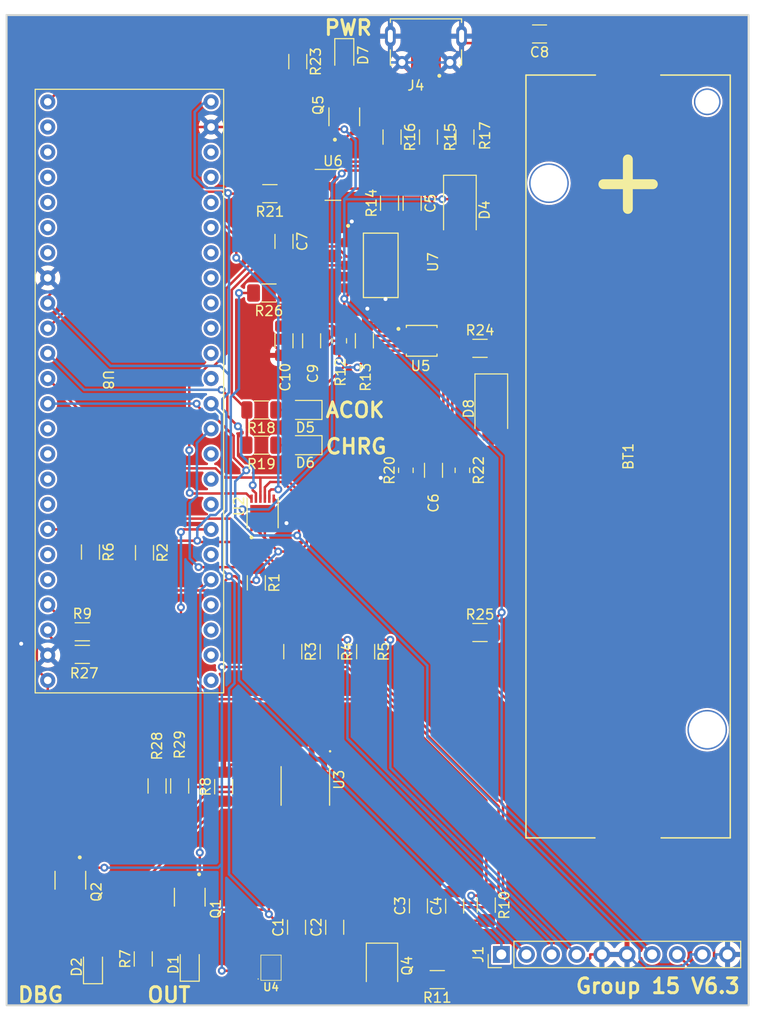
<source format=kicad_pcb>
(kicad_pcb (version 20221018) (generator pcbnew)
  (layers (0 "F.Cu" signal) (31 "B.Cu" signal) (34 "B.Paste" user) (35 "F.Paste" user) (36 "B.SilkS" user "B.Silkscreen") (37 "F.SilkS" user "F.Silkscreen") (38 "B.Mask" user) (39 "F.Mask" user) (44 "Edge.Cuts" user))
  (net 0 "")
  (net 1 "+3V3")
  (net 2 "GND")
  (net 3 "AOUT")
  (net 4 "USB_Detect")
  (net 5 "Net-(U5-SS)")
  (net 6 "Net-(D5-K)")
  (net 7 "Net-(D5-A)")
  (net 8 "Net-(D6-K)")
  (net 9 "Net-(D6-A)")
  (net 10 "Net-(D7-K)")
  (net 11 "Net-(D7-A)")
  (net 12 "DIG_OUT")
  (net 13 "Sensor_GPIO1")
  (net 14 "Net-(BT1-+)")
  (net 15 "Sensor_SCL")
  (net 16 "Sensor_SDA")
  (net 17 "Net-(U5-NTC)")
  (net 18 "USBDN")
  (net 19 "USBDP")
  (net 20 "Net-(U5-IBF)")
  (net 21 "Net-(U5-ISET)")
  (net 22 "/MCU Submodule/USART FTDI RTS")
  (net 23 "/MCU Submodule/USART FTDI CTS")
  (net 24 "/MCU Submodule/USART FTDI RXD")
  (net 25 "/MCU Submodule/USART FTDI TXD")
  (net 26 "/MCU Submodule/MEM SCL")
  (net 27 "/MCU Submodule/MEM SDA")
  (net 28 "/MCU Submodule/CBUS0")
  (net 30 "Net-(U7-VOUT)")
  (net 31 "Net-(Q4-E)")
  (net 32 "Net-(U6-VO)")
  (net 33 "+5V")
  (net 34 "/Sensing Submodule/GPIO1")
  (net 35 "Net-(U4-SDA)")
  (net 36 "Net-(U4-SCL)")
  (net 37 "Net-(D1-K)")
  (net 38 "Net-(D1-A)")
  (net 39 "Net-(D2-K)")
  (net 40 "Net-(D2-A)")
  (net 41 "Net-(J4-VBUS)")
  (net 42 "Net-(J4-D-)")
  (net 43 "Net-(J4-D+)")
  (net 44 "+BATT")
  (net 45 "Net-(U3-SDA)")
  (net 46 "Net-(U3-SCL)")
  (footprint "LED_SMD:LED_0805_2012Metric" (layer "F.Cu") (at 144.145 78.105 180)
    (fp_text reference "D5")
    (fp_text value "LED")
  )
  (footprint "Resistor_SMD:R_1206_3216Metric_Pad1.30x1.75mm_HandSolder" (layer "F.Cu") (at 146.558 102.515 -90)
    (fp_text reference "R4")
    (fp_text value "0")
  )
  (footprint "footprints:SOT95P280X125-3N" (layer "F.Cu") (at 120.396 125.603 -90)
    (fp_text reference "Q2")
    (fp_text value "AO3400A")
  )
  (footprint "Resistor_SMD:R_1206_3216Metric_Pad1.30x1.75mm_HandSolder" (layer "F.Cu") (at 129.159 116.078 90)
    (fp_text reference "R28")
    (fp_text value "0")
  )
  (footprint "Resistor_SMD:R_1206_3216Metric" (layer "F.Cu") (at 127.762 133.552 90)
    (fp_text reference "R7")
    (fp_text value "470")
  )
  (footprint "Resistor_SMD:R_1206_3216Metric" (layer "F.Cu") (at 121.6045 102.795)
    (fp_text reference "R27")
    (fp_text value "3k6")
  )
  (footprint "Capacitor_SMD:C_1206_3216Metric" (layer "F.Cu") (at 155.575 128.192 90)
    (fp_text reference "C3")
    (fp_text value "4.7u")
  )
  (footprint "footprints:SOT229P700X180-4N" (layer "F.Cu") (at 151.765 63.5 -90)
    (fp_text reference "U7")
    (fp_text value "AMS1117-5.0")
  )
  (footprint "Resistor_SMD:R_1206_3216Metric_Pad1.30x1.75mm_HandSolder" (layer "F.Cu") (at 160.274 50.546 -90)
    (fp_text reference "R17")
    (fp_text value "0")
  )
  (footprint "Resistor_SMD:R_0805_2012Metric" (layer "F.Cu") (at 160.02 84.201 -90)
    (fp_text reference "R22")
    (fp_text value "2.2k")
  )
  (footprint "LED_SMD:LED_1210_3225Metric" (layer "F.Cu") (at 151.892 134.239 -90)
    (fp_text reference "Q4")
    (fp_text value "PT42-21C/TR8")
  )
  (footprint "Capacitor_SMD:C_1206_3216Metric" (layer "F.Cu") (at 141.986 71.12 -90)
    (fp_text reference "C10")
    (fp_text value "4.7u")
  )
  (footprint "Resistor_SMD:R_1206_3216Metric" (layer "F.Cu") (at 139.7 81.661 180)
    (fp_text reference "R19")
    (fp_text value "470")
  )
  (footprint "Resistor_SMD:R_1206_3216Metric" (layer "F.Cu") (at 121.6045 100.509)
    (fp_text reference "R9")
    (fp_text value "3k6")
  )
  (footprint "LED_SMD:LED_0805_2012Metric" (layer "F.Cu") (at 132.461 134.112 90)
    (fp_text reference "D1")
    (fp_text value "LED")
  )
  (footprint "Resistor_SMD:R_1206_3216Metric" (layer "F.Cu") (at 127.889 92.5215 -90)
    (fp_text reference "R2")
    (fp_text value "3k6")
  )
  (footprint "Resistor_SMD:R_1206_3216Metric_Pad1.30x1.75mm_HandSolder" (layer "F.Cu") (at 156.591 50.546 -90)
    (fp_text reference "R15")
    (fp_text value "0")
  )
  (footprint "Resistor_SMD:R_1206_3216Metric" (layer "F.Cu") (at 139.7 78.105 180)
    (fp_text reference "R18")
    (fp_text value "470")
  )
  (footprint "Resistor_SMD:R_1206_3216Metric" (layer "F.Cu") (at 157.48 135.636 180)
    (fp_text reference "R11")
    (fp_text value "1k")
  )
  (footprint "LED_SMD:LED_0805_2012Metric" (layer "F.Cu") (at 122.682 134.366 90)
    (fp_text reference "D2")
    (fp_text value "LED")
  )
  (footprint "Resistor_SMD:R_1206_3216Metric_Pad1.30x1.75mm_HandSolder" (layer "F.Cu") (at 162.433 128.117 -90)
    (fp_text reference "R10")
    (fp_text value "0")
  )
  (footprint "Resistor_SMD:R_0805_2012Metric" (layer "F.Cu") (at 154.305 84.201 90)
    (fp_text reference "R20")
    (fp_text value "20k")
  )
  (footprint "Resistor_SMD:R_1206_3216Metric_Pad1.30x1.75mm_HandSolder" (layer "F.Cu") (at 140.563 56.261 180)
    (fp_text reference "R21")
    (fp_text value "0")
  )
  (footprint "Package_TO_SOT_SMD:SOT-23-3" (layer "F.Cu") (at 146.939 55.372)
    (fp_text reference "U6")
    (fp_text value "XC6206P332MR")
  )
  (footprint "Resistor_SMD:R_1206_3216Metric_Pad1.30x1.75mm_HandSolder" (layer "F.Cu") (at 150.241 102.515 -90)
    (fp_text reference "R5")
    (fp_text value "0")
  )
  (footprint "Resistor_SMD:R_1206_3216Metric" (layer "F.Cu") (at 122.428 92.456 -90)
    (fp_text reference "R6")
    (fp_text value "10k")
  )
  (footprint "Connector_PinHeader_2.54mm:PinHeader_1x10_P2.54mm_Vertical" (layer "F.Cu") (at 163.957 133.096 90)
    (fp_text reference "J1")
    (fp_text value "Conn_01x10_Pin")
  )
  (footprint "Resistor_SMD:R_1206_3216Metric" (layer "F.Cu") (at 135.89 116.153 90)
    (fp_text reference "R8")
    (fp_text value "470")
  )
  (footprint "footprints:SOT95P280X125-3N" (layer "F.Cu") (at 148.082 48.499 90)
    (fp_text reference "Q5")
    (fp_text value "AO3400A")
  )
  (footprint "Diode_SMD:D_SMA" (layer "F.Cu") (at 162.941 77.978 -90)
    (fp_text reference "D8")
    (fp_text value "M7")
  )
  (footprint "footprints:18650_Holder_SMD" (layer "F.Cu") (at 177.292 82.804 90)
    (fp_text reference "BT1")
    (fp_text value "BH-18650-B1BA002")
  )
  (footprint "Capacitor_SMD:C_1206_3216Metric" (layer "F.Cu") (at 154.94 57.2355 -90)
    (fp_text reference "C5")
    (fp_text value "4.7u")
  )
  (footprint "Resistor_SMD:R_1206_3216Metric_Pad1.30x1.75mm_HandSolder" (layer "F.Cu") (at 142.875 102.515 -90)
    (fp_text reference "R3")
    (fp_text value "0")
  )
  (footprint "Resistor_SMD:R_1206_3216Metric" (layer "F.Cu") (at 152.654 57.2155 90)
    (fp_text reference "R14")
    (fp_text value "10k")
  )
  (footprint "footprints:VCNL36821S" (layer "F.Cu") (at 140.674 134.434)
    (fp_text reference "U4")
    (fp_text value "VCNL36821S")
  )
  (footprint "Diode_SMD:D_SMA" (layer "F.Cu") (at 159.766 57.912 -90)
    (fp_text reference "D4")
    (fp_text value "M7")
  )
  (footprint "Resistor_SMD:R_1206_3216Metric_Pad1.30x1.75mm_HandSolder" (layer "F.Cu") (at 152.908 50.546 -90)
    (fp_text reference "R16")
    (fp_text value "0")
  )
  (footprint "Resistor_SMD:R_1206_3216Metric" (layer "F.Cu") (at 161.798 100.584)
    (fp_text reference "R25")
    (fp_text value "10k")
  )
  (footprint "Resistor_SMD:R_1206_3216Metric" (layer "F.Cu") (at 143.383 42.926 -90)
    (fp_text reference "R23")
    (fp_text value "470")
  )
  (footprint "Resistor_SMD:R_1206_3216Metric_Pad1.30x1.75mm_HandSolder" (layer "F.Cu") (at 161.798 71.882)
    (fp_text reference "R24")
    (fp_text value "0")
  )
  (footprint "LED_SMD:LED_0805_2012Metric" (layer "F.Cu") (at 148.082 42.291 -90)
    (fp_text reference "D7")
    (fp_text value "LED")
  )
  (footprint "footprints:SON45P300X300X80-13N" (layer "F.Cu") (at 139.827 88.5005 90)
    (fp_text reference "U2")
    (fp_text value "FT234XD-R")
  )
  (footprint "Capacitor_SMD:C_1206_3216Metric" (layer "F.Cu") (at 141.986 61.087 -90)
    (fp_text reference "C7")
    (fp_text value "4.7u")
  )
  (footprint "footprints:SON50P300X300X100-11N" (layer "F.Cu") (at 155.9045 71.12)
    (fp_text reference "U5")
    (fp_text value "MP2602DQ-LF-Z")
  )
  (footprint "Resistor_SMD:R_1206_3216Metric_Pad1.30x1.75mm_HandSolder" (layer "F.Cu") (at 131.445 116.078 90)
    (fp_text reference "R29")
    (fp_text value "0")
  )
  (footprint "Capacitor_SMD:C_1206_3216Metric" (layer "F.Cu") (at 147.114 130.351 90)
    (fp_text reference "C2")
    (fp_text value "100n")
  )
  (footprint "footprints:STM32F051C6T6" (layer "F.Cu") (at 124.22 75.01 -90)
    (fp_text reference "U8")
    (fp_text value "~")
  )
  (footprint "Resistor_SMD:R_0805_2012Metric" (layer "F.Cu") (at 147.574 71.12 -90)
    (fp_text reference "R12")
    (fp_text value "470k")
  )
  (footprint "LED_SMD:LED_0805_2012Metric" (layer "F.Cu") (at 144.145 81.661 180)
    (fp_text reference "D6")
    (fp_text value "LED")
  )
  (footprint "Capacitor_SMD:C_1206_3216Metric" (layer "F.Cu") (at 144.78 71.12 -90)
    (fp_text reference "C9")
    (fp_text value "4.7u")
  )
  (footprint "Resistor_SMD:R_1206_3216Metric_Pad1.30x1.75mm_HandSolder" (layer "F.Cu") (at 140.462 66.294 180)
    (fp_text reference "R26")
    (fp_text value "0")
  )
  (footprint "footprints:SHOUHAN_MICROXNJ" (layer "F.Cu") (at 156.337 38.608)
    (fp_text reference "J4")
    (fp_text value "MICROXNJ")
  )
  (footprint "Capacitor_SMD:C_1206_3216Metric" (layer "F.Cu") (at 143.256 130.351 90)
    (fp_text reference "C1")
    (fp_text value "4.7u")
  )
  (footprint "Resistor_SMD:R_1206_3216Metric" (layer "F.Cu") (at 150.114 71.12 90)
    (fp_text reference "R13")
    (fp_text value "100k")
  )
  (footprint "Capacitor_SMD:C_1206_3216Metric" (layer "F.Cu") (at 157.099 84.201 -90)
    (fp_text reference "C6")
    (fp_text value "4.7u")
  )
  (footprint "Resistor_SMD:R_1206_3216Metric" (layer "F.Cu") (at 139.192 95.5655 -90)
    (fp_text reference "R1")
    (fp_text value "3k6")
  )
  (footprint "footprints:SOIC127P600X175-8N" (layer "F.Cu") (at 144.145 116.078 -90)
    (fp_text reference "U3")
    (fp_text value "CAT24C256")
  )
  (footprint "Capacitor_SMD:C_1206_3216Metric" (layer "F.Cu") (at 167.816 40.132 180)
    (fp_text reference "C8")
    (fp_text value "4.7u")
  )
  (footprint "footprints:SOT95P280X125-3N" (layer "F.Cu") (at 132.461 127.3145 -90)
    (fp_text reference "Q1")
    (fp_text value "AO3400A")
  )
  (footprint "Capacitor_SMD:C_1206_3216Metric" (layer "F.Cu") (at 159.2383 128.2173 90)
    (fp_text reference "C4")
    (fp_text value "100n")
  )
  (gr_rect (start 113.958 38.227) (end 188.939 138.227) (stroke (width 0.2)) (fill none) (layer "Edge.Cuts"))
  (gr_text "CHRG" (at 146.05 82.677) (layer "F.SilkS") (effects (font (size 1.5 1.5) (thickness 0.3) bold) (justify left bottom)))
  (gr_text "PWR" (at 145.923 40.386) (layer "F.SilkS") (effects (font (size 1.5 1.5) (thickness 0.3) bold) (justify left bottom)))
  (gr_text "Group 15 V6.3" (at 171.323 137.16) (layer "F.SilkS") (effects (font (size 1.5 1.5) (thickness 0.3) bold) (justify left bottom)))
  (gr_text "DBG" (at 114.935 138.049) (layer "F.SilkS") (effects (font (size 1.5 1.5) (thickness 0.3) bold) (justify left bottom)))
  (gr_text "OUT" (at 128.016 138.049) (layer "F.SilkS") (effects (font (size 1.5 1.5) (thickness 0.3) bold) (justify left bottom)))
  (gr_text "ACOK\n" (at 146.05 78.994) (layer "F.SilkS") (effects (font (size 1.5 1.5) (thickness 0.3) bold) (justify left bottom)))
  (segment (start 130.242 96.337) (end 135.07 96.337) (width 0.25) (layer "F.Cu") (net 1))
  (segment (start 149.032 49.8293) (end 146.789 52.0723) (width 0.25) (layer "F.Cu") (net 1))
  (segment (start 128.7222 56.063) (end 118.11 66.6752) (width 0.25) (layer "F.Cu") (net 1))
  (segment (start 143.354 131.728) (end 147.016 131.728) (width 0.25) (layer "F.Cu") (net 1))
  (segment (start 143.202 52.0723) (end 139.013 56.261) (width 0.25) (layer "F.Cu") (net 1))
  (segment (start 117.007 97.2891) (end 117.007 104.307) (width 0.25) (layer "F.Cu") (net 1))
  (segment (start 123.067 94.5575) (end 122.428 93.9185) (width 0.25) (layer "F.Cu") (net 1))
  (segment (start 140.187 85.7779) (end 140.052 85.9127) (width 0.2498) (layer "F.Cu") (net 1))
  (segment (start 144.294 87.7801) (end 141.895 85.381) (width 0.25) (layer "F.Cu") (net 1))
  (segment (start 141.394 133.486) (end 141.596 133.486) (width 0.25) (layer "F.Cu") (net 1))
  (segment (start 143.559 92.4068) (end 144.294 91.672) (width 0.25) (layer "F.Cu") (net 1))
  (segment (start 140.052 89.9355) (end 139.602 89.9355) (width 0.25) (layer "F.Cu") (net 1))
  (segment (start 146.789 52.0723) (end 143.202 52.0723) (width 0.25) (layer "F.Cu") (net 1))
  (segment (start 123.067 100.509) (end 123.067 94.5575) (width 0.25) (layer "F.Cu") (net 1))
  (segment (start 140.462 129.032) (end 143.256 131.826) (width 0.25) (layer "F.Cu") (net 1))
  (segment (start 140.584 85.381) (end 140.187 85.7779) (width 0.25) (layer "F.Cu") (net 1))
  (segment (start 137.64 95.4765) (end 139.192 97.028) (width 0.25) (layer "F.Cu") (net 1))
  (segment (start 132.4615 128.57) (end 132.461 128.5695) (width 0.25) (layer "F.Cu") (net 1))
  (segment (start 127.885 93.98) (end 127.889 93.984) (width 0.25) (layer "F.Cu") (net 1))
  (segment (start 146.05 118.778) (end 146.05 120.753) (width 0.25) (layer "F.Cu") (net 1))
  (segment (start 127.889 93.984) (end 130.171 96.266) (width 0.25) (layer "F.Cu") (net 1))
  (segment (start 140 128.57) (end 132.462 128.57) (width 0.25) (layer "F.Cu") (net 1))
  (segment (start 149.743 133.361) (end 149.725 133.361) (width 0.25) (layer "F.Cu") (net 1))
  (segment (start 136.33005 56.20195) (end 136.3891 56.261) (width 0.25) (layer "F.Cu") (net 1))
  (segment (start 136.3891 56.261) (end 139.013 56.261) (width 0.25) (layer "F.Cu") (net 1))
  (segment (start 123.067 102.795) (end 123.067 100.509) (width 0.25) (layer "F.Cu") (net 1))
  (segment (start 137.065 94.901) (end 137.64 95.4765) (width 0.25) (layer "F.Cu") (net 1))
  (segment (start 136.428 94.9793) (end 136.428 94.901) (width 0.25) (layer "F.Cu") (net 1))
  (segment (start 139.152 89.9355) (end 139.152 90.1586) (width 0.25) (layer "F.Cu") (net 1))
  (segment (start 141.596 133.486) (end 143.256 131.826) (width 0.25) (layer "F.Cu") (net 1))
  (segment (start 150.265 132.839) (end 149.743 133.361) (width 0.25) (layer "F.Cu") (net 1))
  (segment (start 139.876 90.8828) (end 140.052 91.0586) (width 0.25) (layer "F.Cu") (net 1))
  (segment (start 120.396 126.858) (end 118.11 124.572) (width 0.25) (layer "F.Cu") (net 1))
  (segment (start 141.394 134.124) (end 141.394 133.486) (width 0.25) (layer "F.Cu") (net 1))
  (segment (start 139.602 89.9355) (end 139.602 90.6086) (width 0.25) (layer "F.Cu") (net 1))
  (segment (start 136.428 94.901) (end 137.065 94.901) (width 0.25) (layer "F.Cu") (net 1))
  (segment (start 123.067 93.98) (end 127.885 93.98) (width 0.25) (layer "F.Cu") (net 1))
  (segment (start 139.602 90.6086) (end 139.876 90.8828) (width 0.25) (layer "F.Cu") (net 1))
  (segment (start 123.067 94.5575) (end 123.067 93.98) (width 0.25) (layer "F.Cu") (net 1))
  (segment (start 119.826 96.52) (end 117.776 96.52) (width 0.25) (layer "F.Cu") (net 1))
  (segment (start 146.05 120.753) (end 140.462 126.341) (width 0.25) (layer "F.Cu") (net 1))
  (segment (start 136.33005 56.20195) (end 136.1911 56.063) (width 0.25) (layer "F.Cu") (net 1))
  (segment (start 144.294 91.672) (end 144.294 87.7801) (width 0.25) (layer "F.Cu") (net 1))
  (segment (start 122.428 93.9185) (end 119.826 96.52) (width 0.25) (layer "F.Cu") (net 1))
  (segment (start 143.256 131.826) (end 143.354 131.728) (width 0.25) (layer "F.Cu") (net 1))
  (segment (start 149.725 133.361) (end 147.129 135.957) (width 0.25) (layer "F.Cu") (net 1))
  (segment (start 118.11 124.572) (end 118.11 105.41) (width 0.25) (layer "F.Cu") (net 1))
  (segment (start 151.892 132.839) (end 150.265 132.839) (width 0.25) (layer "F.Cu") (net 1))
  (segment (start 141.4 92.4068) (end 140.052 91.0586) (width 0.25) (layer "F.Cu") (net 1))
  (segment (start 140.462 126.341) (end 140.462 129.032) (width 0.25) (layer "F.Cu") (net 1))
  (segment (start 117.007 104.307) (end 118.11 105.41) (width 0.25) (layer "F.Cu") (net 1))
  (segment (start 140.462 129.032) (end 140 128.57) (width 0.25) (layer "F.Cu") (net 1))
  (segment (start 140.052 91.0586) (end 140.052 89.9355) (width 0.25) (layer "F.Cu") (net 1))
  (segment (start 139.152 89.9355) (end 139.602 89.9355) (width 0.25) (layer "F.Cu") (net 1))
  (segment (start 127.889 93.984) (end 130.171 96.266) (width 0.25) (layer "F.Cu") (net 1))
  (segment (start 139.192 95.3003) (end 139.016 95.4765) (width 0.25) (layer "F.Cu") (net 1))
  (segment (start 135.07 96.337) (end 136.428 94.9793) (width 0.25) (layer "F.Cu") (net 1))
  (segment (start 117.776 96.52) (end 117.007 97.2891) (width 0.25) (layer "F.Cu") (net 1))
  (segment (start 140.814 134.153) (end 140.843 134.124) (width 0.25) (layer "F.Cu") (net 1))
  (segment (start 147.016 131.728) (end 147.114 131.826) (width 0.25) (layer "F.Cu") (net 1))
  (segment (start 141.895 85.381) (end 140.584 85.381) (width 0.25) (layer "F.Cu") (net 1))
  (segment (start 136.1911 56.063) (end 128.7222 56.063) (width 0.25) (layer "F.Cu") (net 1))
  (segment (start 141.003 135.957) (end 140.814 135.768) (width 0.25) (layer "F.Cu") (net 1))
  (segment (start 149.032 49.754) (end 149.032 49.8293) (width 0.25) (layer "F.Cu") (net 1))
  (segment (start 132.462 128.57) (end 132.4615 128.57) (width 0.25) (layer "F.Cu") (net 1))
  (segment (start 147.129 135.957) (end 141.003 135.957) (width 0.25) (layer "F.Cu") (net 1))
  (segment (start 118.11 66.6752) (end 118.11 67.31) (width 0.25) (layer "F.Cu") (net 1))
  (segment (start 139.016 95.4765) (end 137.64 95.4765) (width 0.25) (layer "F.Cu") (net 1))
  (segment (start 141.4 92.4068) (end 143.559 92.4068) (width 0.25) (layer "F.Cu") (net 1))
  (segment (start 139.152 90.1586) (end 139.876 90.8828) (width 0.25) (layer "F.Cu") (net 1))
  (segment (start 140.843 134.124) (end 141.394 134.124) (width 0.25) (layer "F.Cu") (net 1))
  (segment (start 140.814 135.768) (end 140.814 134.153) (width 0.25) (layer "F.Cu") (net 1))
  (segment (start 130.171 96.266) (end 130.242 96.337) (width 0.25) (layer "F.Cu") (net 1))
  (segment (start 140.052 85.9127) (end 140.052 87.0655) (width 0.2498) (layer "F.Cu") (net 1))
  (via (at 140.462 129.032) (size 0.8) (drill 0.4) (layers "F.Cu" "B.Cu") (net 1))
  (via (at 141.4 92.4068) (size 0.8) (drill 0.4) (layers "F.Cu" "B.Cu") (net 1))
  (via (at 136.33005 56.20195) (size 0.8) (drill 0.4) (layers "F.Cu" "B.Cu") (net 1))
  (via (at 136.428 94.901) (size 0.8) (drill 0.4) (layers "F.Cu" "B.Cu") (net 1))
  (via (at 139.192 95.3003) (size 0.8) (drill 0.4) (layers "F.Cu" "B.Cu") (net 1))
  (segment (start 135.542 73.66) (end 136.428 74.5462) (width 0.25) (layer "B.Cu") (net 1))
  (segment (start 135.763 88.660647) (end 136.157 88.266647) (width 0.25) (layer "B.Cu") (net 1))
  (segment (start 135.763 94.236) (end 135.763 88.660647) (width 0.25) (layer "B.Cu") (net 1))
  (segment (start 136.986 105.711) (end 136.986 95.459) (width 0.25) (layer "B.Cu") (net 1))
  (segment (start 136.33005 56.20195) (end 136.428 56.2999) (width 0.25) (layer "B.Cu") (net 1))
  (segment (start 133.985 46.99) (end 134.62 46.99) (width 0.25) (layer "B.Cu") (net 1))
  (segment (start 136.428 106.269) (end 136.986 105.711) (width 0.25) (layer "B.Cu") (net 1))
  (segment (start 136.428 94.901) (end 135.763 94.236) (width 0.25) (layer "B.Cu") (net 1))
  (segment (start 118.11 67.31) (end 124.46 73.66) (width 0.25) (layer "B.Cu") (net 1))
  (segment (start 124.46 73.66) (end 135.542 73.66) (width 0.25) (layer "B.Cu") (net 1))
  (segment (start 136.428 76.341205) (end 136.428 74.5462) (width 0.25) (layer "B.Cu") (net 1))
  (segment (start 136.157 78.370604) (end 135.763 77.976604) (width 0.25) (layer "B.Cu") (net 1))
  (segment (start 135.763 77.976604) (end 135.763 77.006205) (width 0.25) (layer "B.Cu") (net 1))
  (segment (start 139.192 94.615) (end 139.192 95.3003) (width 0.25) (layer "B.Cu") (net 1))
  (segment (start 134.17 55.697) (end 132.969 54.4963) (width 0.25) (layer "B.Cu") (net 1))
  (segment (start 141.4 92.4068) (end 139.192 94.615) (width 0.25) (layer "B.Cu") (net 1))
  (segment (start 136.986 95.459) (end 136.428 94.901) (width 0.25) (layer "B.Cu") (net 1))
  (segment (start 135.8251 55.697) (end 134.17 55.697) (width 0.25) (layer "B.Cu") (net 1))
  (segment (start 132.969 54.4963) (end 132.969 48.006) (width 0.25) (layer "B.Cu") (net 1))
  (segment (start 136.428 56.2999) (end 136.428 74.5462) (width 0.25) (layer "B.Cu") (net 1))
  (segment (start 136.33005 56.20195) (end 135.8251 55.697) (width 0.25) (layer "B.Cu") (net 1))
  (segment (start 132.969 48.006) (end 133.985 46.99) (width 0.25) (layer "B.Cu") (net 1))
  (segment (start 136.157 88.266647) (end 136.157 78.370604) (width 0.25) (layer "B.Cu") (net 1))
  (segment (start 135.763 77.006205) (end 136.428 76.341205) (width 0.25) (layer "B.Cu") (net 1))
  (segment (start 136.428 124.998) (end 136.428 106.269) (width 0.25) (layer "B.Cu") (net 1))
  (segment (start 140.462 129.032) (end 136.428 124.998) (width 0.25) (layer "B.Cu") (net 1))
  (segment (start 161.501 58.1767) (end 161.501 43.3174) (width 0.25) (layer "F.Cu") (net 2))
  (segment (start 176.657 122.564) (end 176.657 133.096) (width 0.25) (layer "F.Cu") (net 2))
  (segment (start 172.942 133.463) (end 172.942 133.096) (width 0.25) (layer "F.Cu") (net 2))
  (segment (start 155.687 39.9829) (end 155.687 42.983) (width 0.25) (layer "F.Cu") (net 2))
  (segment (start 176.767 122.454) (end 176.657 122.564) (width 0.25) (layer "F.Cu") (net 2))
  (segment (start 127.762 132.09) (end 130.535 132.09) (width 0.25) (layer "F.Cu") (net 2))
  (segment (start 133.35 49.53) (end 118.11 64.77) (width 0.25) (layer "F.Cu") (net 2))
  (segment (start 134.62 49.53) (end 133.35 49.53) (width 0.25) (layer "F.Cu") (net 2))
  (segment (start 143.214 71.3672) (end 141.986 72.595) (width 0.25) (layer "F.Cu") (net 2))
  (segment (start 155.537 39.3329) (end 155.537 39.8329) (width 0.25) (layer "F.Cu") (net 2))
  (segment (start 160.02 85.1135) (end 159.43 85.7031) (width 0.25) (layer "F.Cu") (net 2))
  (segment (start 136.652 113.928) (end 135.89 114.69) (width 0.25) (layer "F.Cu") (net 2))
  (segment (start 155.037 43.9331) (end 154.606 43.9331) (width 0.25) (layer "F.Cu") (net 2))
  (segment (start 170.769 135.636) (end 172.942 133.463) (width 0.25) (layer "F.Cu") (net 2))
  (segment (start 155.537 39.8329) (end 155.687 39.9829) (width 0.25) (layer "F.Cu") (net 2))
  (segment (start 154.165 52.6822) (end 154.165 51.4778) (width 0.25) (layer "F.Cu") (net 2))
  (segment (start 138.242 49.53) (end 143.383 44.3885) (width 0.25) (layer "F.Cu") (net 2))
  (segment (start 130.535 123.607) (end 130.535 132.09) (width 0.25) (layer "F.Cu") (net 2))
  (segment (start 134.62 49.53) (end 138.242 49.53) (width 0.25) (layer "F.Cu") (net 2))
  (segment (start 160.3355 100.584) (end 160.336 100.584) (width 0.25) (layer "F.Cu") (net 2))
  (segment (start 115.425 101.715) (end 115.425 129.629) (width 0.25) (layer "F.Cu") (net 2))
  (segment (start 148.42 61.21) (end 148.42 59.0698) (width 0.25) (layer "F.Cu") (net 2))
  (segment (start 141.206 88.5005) (end 142.24 89.535) (width 0.25) (layer "F.Cu") (net 2))
  (segment (start 152.737 41.7531) (end 153.912 42.9281) (width 0.25) (layer "F.Cu") (net 2))
  (segment (start 144.78 119.878) (end 134.264 119.878) (width 0.25) (layer "F.Cu") (net 2))
  (segment (start 142.24 114.478) (end 143.51 114.478) (width 0.25) (layer "F.Cu") (net 2))
  (segment (start 148.42 59.0698) (end 148.839 59.0698) (width 0.25) (layer "F.Cu") (net 2))
  (segment (start 154.94 58.7105) (end 152.686 58.7105) (width 0.25) (layer "F.Cu") (net 2))
  (segment (start 123.728 136.124) (end 127.762 132.09) (width 0.25) (layer "F.Cu") (net 2))
  (segment (start 152.802 75.9028) (end 156.584 72.12) (width 0.25) (layer "F.Cu") (net 2))
  (segment (start 139.954 133.486) (end 135.576 133.486) (width 0.25) (layer "F.Cu") (net 2))
  (segment (start 162.941 79.978) (end 162.941 82.1925) (width 0.25) (layer "F.Cu") (net 2))
  (segment (start 127.762 132.09) (end 127.762 132.0895) (width 0.25) (layer "F.Cu") (net 2))
  (segment (start 146.7519 53.4773) (end 153.3699 53.4773) (width 0.25) (layer "F.Cu") (net 2))
  (segment (start 140.884 136.887) (end 157.692 136.887) (width 0.25) (layer "F.Cu") (net 2))
  (segment (start 152.802 83.9264) (end 152.802 83.185) (width 0.25) (layer "F.Cu") (net 2))
  (segment (start 150.33 64.9861) (end 147.643 64.9861) (width 0.25) (layer "F.Cu") (net 2))
  (segment (start 153.912 42.9281) (end 153.912 43.008) (width 0.25) (layer "F.Cu") (net 2))
  (segment (start 143.552 71.3672) (end 143.214 71.3672) (width 0.25) (layer "F.Cu") (net 2))
  (segment (start 149.273 126.717) (end 155.575 126.717) (width 0.25) (layer "F.Cu") (net 2))
  (segment (start 162.941 82.1925) (end 160.02 85.1135) (width 0.25) (layer "F.Cu") (net 2))
  (segment (start 153.912 43.2394) (end 153.912 43.008) (width 0.25) (layer "F.Cu") (net 2))
  (segment (start 139.374 135.382) (end 139.954 135.382) (width 0.25) (layer "F.Cu") (net 2))
  (segment (start 118.11 64.77) (end 115.425 67.455) (width 0.25) (layer "F.Cu") (net 2))
  (segment (start 154.305 85.1135) (end 153.923 85.1135) (width 0.25) (layer "F.Cu") (net 2))
  (segment (start 159.238 126.742) (end 155.6 126.742) (width 0.25) (layer "F.Cu") (net 2))
  (segment (start 152.802 83.185) (end 152.802 75.9028) (width 0.25) (layer "F.Cu") (net 2))
  (segment (start 159.937 41.0555) (end 165.418 41.0555) (width 0.25) (layer "F.Cu") (net 2))
  (segment (start 146.694 128.876) (end 147.114 128.876) (width 0.25) (layer "F.Cu") (net 2))
  (segment (start 134.95 134.112) (end 134.95 135.036) (width 0.25) (layer "F.Cu") (net 2))
  (segment (start 147.472 48.4775) (end 143.383 44.3885) (width 0.25) (layer "F.Cu") (net 2))
  (segment (start 139.262 135.494) (end 139.374 135.382) (width 0.25) (layer "F.Cu") (net 2))
  (segment (start 141.986 62.562) (end 140.706 63.8425) (width 0.25) (layer "F.Cu") (net 2))
  (segment (start 143.256 128.876) (end 146.694 128.876) (width 0.25) (layer "F.Cu") (net 2))
  (segment (start 150.114 69.6575) (end 150.412 69.3592) (width 0.25) (layer "F.Cu") (net 2))
  (segment (start 153.923 85.1135) (end 152.802 83.992) (width 0.25) (layer "F.Cu") (net 2))
  (segment (start 151.765 84.963) (end 152.802 83.9264) (width 0.25) (layer "F.Cu") (net 2))
  (segment (start 156.536 85.1135) (end 154.305 85.1135) (width 0.25) (layer "F.Cu") (net 2))
  (segment (start 144.78 113.928) (end 145.33 114.478) (width 0.25) (layer "F.Cu") (net 2))
  (segment (start 155.274 43.9331) (end 155.687 43.9331) (width 0.25) (layer "F.Cu") (net 2))
  (segment (start 145.8015 54.422) (end 145.8015 54.4267) (width 0.25) (layer "F.Cu") (net 2))
  (segment (start 146.05 113.378) (end 146.05 114.478) (width 0.25) (layer "F.Cu") (net 2))
  (segment (start 159.766 59.912) (end 161.501 58.1767) (width 0.25) (layer "F.Cu") (net 2))
  (segment (start 154.47 71.62) (end 155.225 71.62) (width 0.25) (layer "F.Cu") (net 2))
  (segment (start 152.737 40.358) (end 152.737 41.7531) (width 0.25) (layer "F.Cu") (net 2))
  (segment (start 155.225 69.7981) (end 155.225 71.1825) (width 0.25) (layer "F.Cu") (net 2))
  (segment (start 155.537 40.333) (end 155.537 39.8329) (width 0.25) (layer "F.Cu") (net 2))
  (segment (start 144.78 118.778) (end 144.78 114.478) (width 0.25) (layer "F.Cu") (net 2))
  (segment (start 152.802 83.992) (end 152.802 83.9264) (width 0.25) (layer "F.Cu") (net 2))
  (segment (start 144.06 114.478) (end 144.78 114.478) (width 0.25) (layer "F.Cu") (net 2))
  (segment (start 135.409 135.494) (end 139.262 135.494) (width 0.25) (layer "F.Cu") (net 2))
  (segment (start 140.706 71.3145) (end 141.986 72.595) (width 0.25) (layer "F.Cu") (net 2))
  (segment (start 121.92 136.124) (end 123.728 136.124) (width 0.25) (layer "F.Cu") (net 2))
  (segment (start 140.502 89.1755) (end 140.502 89.1946) (width 0.25) (layer "F.Cu") (net 2))
  (segment (start 143.51 114.478) (end 143.51 113.928) (width 0.25) (layer "F.Cu") (net 2))
  (segment (start 135.89 114.69) (end 135.89 114.6905) (width 0.25) (layer "F.Cu") (net 2))
  (segment (start 152.247 66.9029) (end 152.33 66.9029) (width 0.25) (layer "F.Cu") (net 2))
  (segment (start 145.33 114.478) (end 146.05 114.478) (width 0.25) (layer "F.Cu") (net 2))
  (segment (start 143.552 71.3672) (end 144.78 72.595) (width 0.25) (layer "F.Cu") (net 2))
  (segment (start 130.535 132.848) (end 130.535 132.09) (width 0.25) (layer "F.Cu") (net 2))
  (segment (start 145.802 54.4485) (end 145.802 54.4272) (width 0.25) (layer "F.Cu") (net 2))
  (segment (start 155.9045 71.12) (end 155.904 71.12) (width 0.25) (layer "F.Cu") (net 2))
  (segment (start 144.78 113.378) (end 144.78 113.928) (width 0.25) (layer "F.Cu") (net 2))
  (segment (start 134.264 119.878) (end 130.535 123.607) (width 0.25) (layer "F.Cu") (net 2))
  (segment (start 143.552 69.0766) (end 143.552 71.3672) (width 0.25) (layer "F.Cu") (net 2))
  (segment (start 153.3699 53.4773) (end 154.165 52.6822) (width 0.25) (layer "F.Cu") (net 2))
  (segment (start 143.51 113.378) (end 143.51 113.928) (width 0.25) (layer "F.Cu") (net 2))
  (segment (start 139.954 135.382) (end 139.954 135.957) (width 0.25) (layer "F.Cu") (net 2))
  (segment (start 115.425 67.455) (end 115.425 101.715) (width 0.25) (layer "F.Cu") (net 2))
  (segment (start 152.33 66.9029) (end 155.225 69.7981) (width 0.25) (layer "F.Cu") (net 2))
  (segment (start 148.42 59.0698) (end 148.839 58.6508) (width 0.25) (layer "F.Cu") (net 2))
  (segment (start 140.502 89.1946) (end 140.502 89.9355) (width 0.2498) (layer "F.Cu") (net 2))
  (segment (start 135.576 133.486) (end 134.95 134.112) (width 0.25) (layer "F.Cu") (net 2))
  (segment (start 140.706 63.8425) (end 140.706 71.3145) (width 0.25) (layer "F.Cu") (net 2))
  (segment (start 115.425 129.629) (end 121.92 136.124) (width 0.25) (layer "F.Cu") (net 2))
  (segment (start 131.799 134.112) (end 130.535 132.848) (width 0.25) (layer "F.Cu") (net 2))
  (segment (start 155.037 43.6956) (end 155.274 43.9331) (width 0.25) (layer "F.Cu") (net 2))
  (segment (start 159.937 41.7531) (end 158.762 42.9281) (width 0.25) (layer "F.Cu") (net 2))
  (segment (start 157.137 39.3329) (end 155.537 39.3329) (width 0.25) (layer "F.Cu") (net 2))
  (segment (start 139.827 88.5005) (end 140.502 89.1755) (width 0.25) (layer "F.Cu") (net 2))
  (segment (start 172.942 133.096) (end 174.117 133.096) (width 0.25) (layer "F.Cu") (net 2))
  (segment (start 155.904 71.12) (end 155.842 71.1825) (width 0.25) (layer "F.Cu") (net 2))
  (segment (start 142.24 113.378) (end 142.24 113.928) (width 0.25) (layer "F.Cu") (net 2))
  (segment (start 157.3395 72.12) (end 156.584 72.12) (width 0.25) (layer "F.Cu") (net 2))
  (segment (start 148.839 57.4855) (end 145.802 54.4485) (width 0.25) (layer "F.Cu") (net 2))
  (segment (start 155.225 71.1825) (end 155.842 71.1825) (width 0.25) (layer "F.Cu") (net 2))
  (segment (start 142.24 113.928) (end 136.652 113.928) (width 0.25) (layer "F.Cu") (net 2))
  (segment (start 159.43 85.7031) (end 160.336 86.6082) (width 0.25) (layer "F.Cu") (net 2))
  (segment (start 159.937 41.0555) (end 159.937 41.7531) (width 0.25) (layer "F.Cu") (net 2))
  (segment (start 147.114 128.876) (end 149.273 126.717) (width 0.25) (layer "F.Cu") (net 2))
  (segment (start 155.037 42.983) (end 155.037 43.6956) (width 0.25) (layer "F.Cu") (net 2))
  (segment (start 156.584 71.9249) (end 155.842 71.1825) (width 0.25) (layer "F.Cu") (net 2))
  (segment (start 155.225 71.62) (end 155.225 71.1825) (width 0.25) (layer "F.Cu") (net 2))
  (segment (start 155.687 43.9331) (end 155.687 42.983) (width 0.25) (layer "F.Cu") (net 2))
  (segment (start 153.618 50.9303) (end 152.059 50.9303) (width 0.25) (layer "F.Cu") (net 2))
  (segment (start 158.9425 135.636) (end 170.769 135.636) (width 0.25) (layer "F.Cu") (net 2))
  (segment (start 160.336 86.6082) (end 160.336 100.584) (width 0.25) (layer "F.Cu") (net 2))
  (segment (start 152.686 58.7105) (end 152.654 58.678) (width 0.25) (layer "F.Cu") (net 2))
  (segment (start 147.643 64.9861) (end 143.552 69.0766) (width 0.25) (layer "F.Cu") (net 2))
  (segment (start 154.165 51.4778) (end 153.618 50.9303) (width 0.25) (layer "F.Cu") (net 2))
  (segment (start 146.694 115.123) (end 146.05 114.478) (width 0.25) (layer "F.Cu") (net 2))
  (segment (start 158.762 42.9281) (end 158.762 43.008) (width 0.25) (layer "F.Cu") (net 2))
  (segment (start 150.412 69.3592) (end 150.412 67.8761) (width 0.25) (layer "F.Cu") (net 2))
  (segment (start 144.78 118.778) (end 144.78 119.878) (width 0.25) (layer "F.Cu") (net 2))
  (segment (start 142.24 113.928) (end 142.24 114.478) (width 0.25) (layer "F.Cu") (net 2))
  (segment (start 149.606 48.4775) (end 147.472 48.4775) (width 0.25) (layer "F.Cu") (net 2))
  (segment (start 134.95 134.112) (end 131.799 134.112) (width 0.25) (layer "F.Cu") (net 2))
  (segment (start 134.95 135.036) (end 135.409 135.494) (width 0.25) (layer "F.Cu") (net 2))
  (segment (start 157.099 85.676) (end 156.536 85.1135) (width 0.25) (layer "F.Cu") (net 2))
  (segment (start 152.802 83.9264) (end 152.802 83.185) (width 0.25) (layer "F.Cu") (net 2))
  (segment (start 144.78 113.928) (end 144.78 114.478) (width 0.25) (layer "F.Cu") (net 2))
  (segment (start 158.942 135.636) (end 158.9425 135.636) (width 0.25) (layer "F.Cu") (net 2))
  (segment (start 148.839 58.6508) (end 148.839 57.4855) (width 0.25) (layer "F.Cu") (net 2))
  (segment (start 156.584 72.12) (end 156.584 71.9249) (width 0.25) (layer "F.Cu") (net 2))
  (segment (start 154.606 43.9331) (end 153.912 43.2394) (width 0.25) (layer "F.Cu") (net 2))
  (segment (start 161.501 43.3174) (end 159.937 41.7531) (width 0.25) (layer "F.Cu") (net 2))
  (segment (start 159.937 40.358) (end 159.937 41.0555) (width 0.25) (layer "F.Cu") (net 2))
  (segment (start 159.2383 126.7423) (end 159.238 126.742) (width 0.25) (layer "F.Cu") (net 2))
  (segment (start 145.8015 54.4267) (end 145.802 54.4272) (width 0.25) (layer "F.Cu") (net 2))
  (segment (start 157.692 136.887) (end 158.942 135.636) (width 0.25) (layer "F.Cu") (net 2))
  (segment (start 152.262 59.0698) (end 152.654 58.678) (width 0.25) (layer "F.Cu") (net 2))
  (segment (start 146.694 128.876) (end 146.694 115.123) (width 0.25) (layer "F.Cu") (net 2))
  (segment (start 148.839 59.0698) (end 152.262 59.0698) (width 0.25) (layer "F.Cu") (net 2))
  (segment (start 139.827 88.5005) (end 141.206 88.5005) (width 0.25) (layer "F.Cu") (net 2))
  (segment (start 157.099 85.676) (end 159.403 85.676) (width 0.25) (layer "F.Cu") (net 2))
  (segment (start 145.802 54.4272) (end 146.7519 53.4773) (width 0.25) (layer "F.Cu") (net 2))
  (segment (start 155.6 126.742) (end 155.575 126.717) (width 0.25) (layer "F.Cu") (net 2))
  (segment (start 143.51 113.928) (end 144.06 114.478) (width 0.25) (layer "F.Cu") (net 2))
  (segment (start 165.418 41.0555) (end 166.341 40.132) (width 0.25) (layer "F.Cu") (net 2))
  (segment (start 155.037 43.6956) (end 155.037 43.9331) (width 0.25) (layer "F.Cu") (net 2))
  (segment (start 157.137 40.333) (end 157.137 39.3329) (width 0.25) (layer "F.Cu") (net 2))
  (segment (start 152.247 66.9029) (end 150.33 64.9861) (width 0.25) (layer "F.Cu") (net 2))
  (segment (start 152.059 50.9303) (end 149.606 48.4775) (width 0.25) (layer "F.Cu") (net 2))
  (segment (start 157.34 72.12) (end 157.3395 72.12) (width 0.25) (layer "F.Cu") (net 2))
  (segment (start 159.403 85.676) (end 159.43 85.7031) (width 0.25) (layer "F.Cu") (net 2))
  (segment (start 139.954 135.957) (end 140.884 136.887) (width 0.25) (layer "F.Cu") (net 2))
  (via (at 152.247 66.9029) (size 0.8) (drill 0.4) (layers "F.Cu" "B.Cu") (net 2))
  (via (at 142.24 89.535) (size 0.8) (drill 0.4) (layers "F.Cu" "B.Cu") (net 2))
  (via (at 151.765 84.963) (size 0.8) (drill 0.4) (layers "F.Cu" "B.Cu") (net 2))
  (via (at 115.425 101.715) (size 0.8) (drill 0.4) (layers "F.Cu" "B.Cu") (net 2))
  (via (at 148.839 59.0698) (size 0.8) (drill 0.4) (layers "F.Cu" "B.Cu") (net 2))
  (via (at 150.412 67.8761) (size 0.8) (drill 0.4) (layers "F.Cu" "B.Cu") (net 2))
  (segment (start 150.412 67.8761) (end 150.412 66.9029) (width 0.25) (layer "B.Cu") (net 2))
  (segment (start 115.425 101.715) (end 116.955 101.715) (width 0.25) (layer "B.Cu") (net 2))
  (segment (start 184.329 134.776) (end 178.337 134.776) (width 0.25) (layer "B.Cu") (net 2))
  (segment (start 178.337 134.776) (end 176.657 133.096) (width 0.25) (layer "B.Cu") (net 2))
  (segment (start 153.912 43.008) (end 141.142 43.008) (width 0.25) (layer "B.Cu") (net 2))
  (segment (start 142.24 89.535) (end 147.193 89.535) (width 0.25) (layer "B.Cu") (net 2))
  (segment (start 150.412 66.9029) (end 152.247 66.9029) (width 0.25) (layer "B.Cu") (net 2))
  (segment (start 150.412 60.6435) (end 148.839 59.0698) (width 0.25) (layer "B.Cu") (net 2))
  (segment (start 185.642 133.096) (end 185.642 133.463) (width 0.25) (layer "B.Cu") (net 2))
  (segment (start 141.142 43.008) (end 134.62 49.53) (width 0.25) (layer "B.Cu") (net 2))
  (segment (start 185.642 133.463) (end 184.329 134.776) (width 0.25) (layer "B.Cu") (net 2))
  (segment (start 147.193 89.535) (end 151.765 84.963) (width 0.25) (layer "B.Cu") (net 2))
  (segment (start 186.817 133.096) (end 185.642 133.096) (width 0.25) (layer "B.Cu") (net 2))
  (segment (start 158.762 43.008) (end 153.912 43.008) (width 0.25) (layer "B.Cu") (net 2))
  (segment (start 150.412 66.9029) (end 150.412 60.6435) (width 0.25) (layer "B.Cu") (net 2))
  (segment (start 176.657 133.096) (end 174.117 133.096) (width 0.25) (layer "B.Cu") (net 2))
  (segment (start 162.433 126.567) (end 162.433 117.53) (width 0.25) (layer "F.Cu") (net 3))
  (segment (start 152.218 107.315) (end 134.988 107.315) (width 0.25) (layer "F.Cu") (net 3))
  (segment (start 131.826 90.17) (end 134.62 90.17) (width 0.25) (layer "F.Cu") (net 3))
  (segment (start 161.846 127.154) (end 162.433 126.567) (width 0.25) (layer "F.Cu") (net 3))
  (segment (start 162.433 117.53) (end 152.218 107.315) (width 0.25) (layer "F.Cu") (net 3))
  (segment (start 160.911 127.154) (end 161.846 127.154) (width 0.25) (layer "F.Cu") (net 3))
  (segment (start 134.988 107.315) (end 131.572 103.899) (width 0.25) (layer "F.Cu") (net 3))
  (segment (start 131.572 103.899) (end 131.572 98.044) (width 0.25) (layer "F.Cu") (net 3))
  (segment (start 131.572 90.424) (end 131.826 90.17) (width 0.25) (layer "F.Cu") (net 3))
  (via (at 131.572 98.044) (size 0.8) (drill 0.4) (layers "F.Cu" "B.Cu") (net 3))
  (via (at 131.572 90.424) (size 0.8) (drill 0.4) (layers "F.Cu" "B.Cu") (net 3))
  (via (at 160.911 127.154) (size 0.8) (drill 0.4) (layers "F.Cu" "B.Cu") (net 3))
  (segment (start 166.497 133.096) (end 160.911 127.51) (width 0.25) (layer "B.Cu") (net 3))
  (segment (start 131.572 98.044) (end 131.572 90.424) (width 0.25) (layer "B.Cu") (net 3))
  (segment (start 160.911 127.51) (end 160.911 127.154) (width 0.25) (layer "B.Cu") (net 3))
  (segment (start 160.02 52.35) (end 160.02 55.658) (width 0.25) (layer "F.Cu") (net 4))
  (segment (start 160.02 55.658) (end 159.766 55.912) (width 0.25) (layer "F.Cu") (net 4))
  (segment (start 163.99 98.5506) (end 163.26 99.2802) (width 0.25) (layer "F.Cu") (net 4))
  (segment (start 153.714 70.12) (end 149.507 65.913) (width 0.25) (layer "F.Cu") (net 4))
  (segment (start 148.543 65.913) (end 148.42 65.79) (width 0.25) (layer "F.Cu") (net 4))
  (segment (start 158.861 56.8167) (end 159.766 55.912) (width 0.25) (layer "F.Cu") (net 4))
  (segment (start 157.988 56.8167) (end 158.861 56.8167) (width 0.25) (layer "F.Cu") (net 4))
  (segment (start 154.4695 70.12) (end 153.714 70.12) (width 0.25) (layer "F.Cu") (net 4))
  (segment (start 148.42 65.79) (end 148.42 66.5424) (width 0.25) (layer "F.Cu") (net 4))
  (segment (start 163.26 100.258) (end 163.26 100.421) (width 0.25) (layer "F.Cu") (net 4))
  (segment (start 163.26 100.421) (end 163.26 100.584) (width 0.25) (layer "F.Cu") (net 4))
  (segment (start 163.26 99.2802) (end 163.26 99.6061) (width 0.25) (layer "F.Cu") (net 4))
  (segment (start 163.26 100.095) (end 163.26 100.096) (width 0.25) (layer "F.Cu") (net 4))
  (segment (start 163.26 100.096) (end 163.26 100.258) (width 0.25) (layer "F.Cu") (net 4))
  (segment (start 148.082 69.6995) (end 147.574 70.2075) (width 0.25) (layer "F.Cu") (net 4))
  (segment (start 148.082 66.8804) (end 148.082 69.6995) (width 0.25) (layer "F.Cu") (net 4))
  (segment (start 163.26 99.9321) (end 163.26 100.095) (width 0.25) (layer "F.Cu") (net 4))
  (segment (start 149.507 65.913) (end 148.543 65.913) (width 0.25) (layer "F.Cu") (net 4))
  (segment (start 163.26 99.6061) (end 163.26 99.9321) (width 0.25) (layer "F.Cu") (net 4))
  (segment (start 163.2605 100.4215) (end 163.2605 100.584) (width 0.25) (layer "F.Cu") (net 4))
  (segment (start 163.26 100.095) (end 163.26 100.096) (width 0.25) (layer "F.Cu") (net 4))
  (segment (start 147.132 49.754) (end 148.082 49.754) (width 0.25) (layer "F.Cu") (net 4))
  (segment (start 147.012 69.645) (end 147.574 70.2075) (width 0.25) (layer "F.Cu") (net 4))
  (segment (start 163.26 100.421) (end 163.2605 100.4215) (width 0.25) (layer "F.Cu") (net 4))
  (segment (start 148.42 66.5424) (end 148.082 66.8804) (width 0.25) (layer "F.Cu") (net 4))
  (segment (start 144.78 69.645) (end 147.012 69.645) (width 0.25) (layer "F.Cu") (net 4))
  (segment (start 160.274 52.096) (end 160.02 52.35) (width 0.25) (layer "F.Cu") (net 4))
  (segment (start 163.26 99.6061) (end 163.26 99.9321) (width 0.25) (layer "F.Cu") (net 4))
  (segment (start 163.26 100.096) (end 163.26 100.258) (width 0.25) (layer "F.Cu") (net 4))
  (via (at 157.988 56.8167) (size 0.8) (drill 0.4) (layers "F.Cu" "B.Cu") (net 4))
  (via (at 163.99 98.5506) (size 0.8) (drill 0.4) (layers "F.Cu" "B.Cu") (net 4))
  (via (at 148.082 49.754) (size 0.8) (drill 0.4) (layers "F.Cu" "B.Cu") (net 4))
  (via (at 148.082 66.8804) (size 0.8) (drill 0.4) (layers "F.Cu" "B.Cu") (net 4))
  (segment (start 148.082 66.8804) (end 148.082 56.8167) (width 0.25) (layer "B.Cu") (net 4))
  (segment (start 148.082 56.8167) (end 149.225 55.6737) (width 0.25) (layer "B.Cu") (net 4))
  (segment (start 149.225 50.897) (end 148.082 49.754) (width 0.25) (layer "B.Cu") (net 4))
  (segment (start 163.99 98.5506) (end 163.99 117.889) (width 0.25) (layer "B.Cu") (net 4))
  (segment (start 157.988 56.8167) (end 148.082 56.8167) (width 0.25) (layer "B.Cu") (net 4))
  (segment (start 163.99 82.7885) (end 163.99 98.5506) (width 0.25) (layer "B.Cu") (net 4))
  (segment (start 148.082 66.8804) (end 163.99 82.7885) (width 0.25) (layer "B.Cu") (net 4))
  (segment (start 163.99 117.889) (end 179.197 133.096) (width 0.25) (layer "B.Cu") (net 4))
  (segment (start 149.225 55.6737) (end 149.225 50.897) (width 0.25) (layer "B.Cu") (net 4))
  (segment (start 153.28 82.7878) (end 153.28 83.7892) (width 0.25) (layer "F.Cu") (net 5))
  (segment (start 157.34 71.62) (end 158.095 71.62) (width 0.25) (layer "F.Cu") (net 5))
  (segment (start 155.699 84.126) (end 157.099 82.726) (width 0.25) (layer "F.Cu") (net 5))
  (segment (start 157.34 71.62) (end 157.3395 71.62) (width 0.25) (layer "F.Cu") (net 5))
  (segment (start 153.617 82.451) (end 153.28 82.7878) (width 0.25) (layer "F.Cu") (net 5))
  (segment (start 158.095 71.62) (end 158.095 78.8624) (width 0.25) (layer "F.Cu") (net 5))
  (segment (start 154.506 82.451) (end 153.617 82.451) (width 0.25) (layer "F.Cu") (net 5))
  (segment (start 153.28 83.7892) (end 153.617 84.126) (width 0.25) (layer "F.Cu") (net 5))
  (segment (start 153.617 84.126) (end 155.699 84.126) (width 0.25) (layer "F.Cu") (net 5))
  (segment (start 158.095 78.8624) (end 154.506 82.451) (width 0.25) (layer "F.Cu") (net 5))
  (segment (start 148.599 73.1791) (end 145.082 76.6956) (width 0.25) (layer "F.Cu") (net 6))
  (segment (start 145.082 77.5764) (end 145.082 77.5769) (width 0.25) (layer "F.Cu") (net 6))
  (segment (start 145.082 77.4003) (end 145.082 77.5764) (width 0.25) (layer "F.Cu") (net 6))
  (segment (start 145.082 77.7526) (end 145.082 77.9288) (width 0.25) (layer "F.Cu") (net 6))
  (segment (start 145.082 77.0479) (end 145.082 77.4003) (width 0.25) (layer "F.Cu") (net 6))
  (segment (start 154.4695 71.12) (end 149.775 71.12) (width 0.25) (layer "F.Cu") (net 6))
  (segment (start 145.082 77.0479) (end 145.082 77.4003) (width 0.25) (layer "F.Cu") (net 6))
  (segment (start 148.599 72.2957) (end 148.599 73.1791) (width 0.25) (layer "F.Cu") (net 6))
  (segment (start 145.082 77.9288) (end 145.082 78.105) (width 0.25) (layer "F.Cu") (net 6))
  (segment (start 145.082 77.5764) (end 145.082 77.5769) (width 0.25) (layer "F.Cu") (net 6))
  (segment (start 145.0825 77.9293) (end 145.0825 78.105) (width 0.25) (layer "F.Cu") (net 6))
  (segment (start 145.082 77.9288) (end 145.0825 77.9293) (width 0.25) (layer "F.Cu") (net 6))
  (segment (start 149.775 71.12) (end 148.599 72.2957) (width 0.25) (layer "F.Cu") (net 6))
  (segment (start 145.082 77.5769) (end 145.082 77.7526) (width 0.25) (layer "F.Cu") (net 6))
  (segment (start 145.082 77.5769) (end 145.082 77.7526) (width 0.25) (layer "F.Cu") (net 6))
  (segment (start 145.082 76.6956) (end 145.082 77.0479) (width 0.25) (layer "F.Cu") (net 6))
  (segment (start 141.1625 78.105) (end 143.2075 78.105) (width 0.25) (layer "F.Cu") (net 7))
  (segment (start 144.262 76.8795) (end 144.262 80.8407) (width 0.25) (layer "F.Cu") (net 8))
  (segment (start 154.4695 70.62) (end 148.801 70.62) (width 0.25) (layer "F.Cu") (net 8))
  (segment (start 148.301 71.12) (end 146.955 71.12) (width 0.25) (layer "F.Cu") (net 8))
  (segment (start 145.0825 81.661) (end 145.082 81.661) (width 0.25) (layer "F.Cu") (net 8))
  (segment (start 146.955 71.12) (end 146.38 71.6955) (width 0.25) (layer "F.Cu") (net 8))
  (segment (start 146.38 71.6955) (end 146.38 74.7618) (width 0.25) (layer "F.Cu") (net 8))
  (segment (start 146.38 74.7618) (end 144.262 76.8795) (width 0.25) (layer "F.Cu") (net 8))
  (segment (start 144.262 80.8407) (end 145.082 81.661) (width 0.25) (layer "F.Cu") (net 8))
  (segment (start 148.801 70.62) (end 148.301 71.12) (width 0.25) (layer "F.Cu") (net 8))
  (segment (start 141.1625 81.661) (end 143.2075 81.661) (width 0.25) (layer "F.Cu") (net 9))
  (segment (start 147.972 41.4635) (end 148.082 41.3535) (width 0.25) (layer "F.Cu") (net 10))
  (segment (start 143.383 41.4635) (end 147.972 41.4635) (width 0.25) (layer "F.Cu") (net 10))
  (segment (start 148.082 47.244) (end 148.082 43.2285) (width 0.25) (layer "F.Cu") (net 11))
  (segment (start 133.4435 126.027) (end 133.411 126.0595) (width 0.25) (layer "F.Cu") (net 12))
  (segment (start 133.444 126.027) (end 133.411 126.06) (width 0.25) (layer "F.Cu") (net 12))
  (segment (start 133.444 126.027) (end 133.4435 126.027) (width 0.25) (layer "F.Cu") (net 12))
  (segment (start 133.477 122.809) (end 133.477 125.994) (width 0.25) (layer "F.Cu") (net 12))
  (segment (start 133.477 125.994) (end 133.444 126.027) (width 0.25) (layer "F.Cu") (net 12))
  (via (at 133.477 122.809) (size 0.8) (drill 0.4) (layers "F.Cu" "B.Cu") (net 12))
  (segment (start 133.533 122.753) (end 133.533 96.3372) (width 0.25) (layer "B.Cu") (net 12))
  (segment (start 133.533 96.3372) (end 134.62 95.25) (width 0.25) (layer "B.Cu") (net 12))
  (segment (start 133.477 122.809) (end 133.533 122.753) (width 0.25) (layer "B.Cu") (net 12))
  (segment (start 122.428 90.17) (end 118.11 90.17) (width 0.25) (layer "F.Cu") (net 13))
  (segment (start 136.559 89.083) (end 123.515 89.083) (width 0.25) (layer "F.Cu") (net 13))
  (segment (start 142.055 100.145) (end 142.055 94.5788) (width 0.25) (layer "F.Cu") (net 13))
  (segment (start 142.875 100.965) (end 142.055 100.145) (width 0.25) (layer "F.Cu") (net 13))
  (segment (start 123.515 89.083) (end 122.428 90.17) (width 0.25) (layer "F.Cu") (net 13))
  (segment (start 142.055 94.5788) (end 136.559 89.083) (width 0.25) (layer "F.Cu") (net 13))
  (segment (start 122.428 90.9935) (end 122.428 90.17) (width 0.25) (layer "F.Cu") (net 13))
  (segment (start 176.403 45.085) (end 176.403 64.9792) (width 0.25) (layer "F.Cu") (net 14))
  (segment (start 138.238 80.3275) (end 138.238 80.772) (width 0.25) (layer "F.Cu") (net 14))
  (segment (start 137.627 77.4944) (end 137.932 77.7997) (width 0.25) (layer "F.Cu") (net 14))
  (segment (start 136.711 76.5785) (end 137.627 77.4944) (width 0.25) (layer "F.Cu") (net 14))
  (segment (start 138.238 79.8825) (end 138.238 78.105) (width 0.25) (layer "F.Cu") (net 14))
  (segment (start 162.053 77.553) (end 161.671 77.1712) (width 0.25) (layer "F.Cu") (net 14))
  (segment (start 157.34 69.9926) (end 149.958 62.611) (width 0.25) (layer "F.Cu") (net 14))
  (segment (start 163.829 77.553) (end 162.053 77.553) (width 0.25) (layer "F.Cu") (net 14))
  (segment (start 176.222 42.6085) (end 176.767 43.154) (width 0.25) (layer "F.Cu") (net 14))
  (segment (start 138.2375 81.661) (end 138.238 81.661) (width 0.25) (layer "F.Cu") (net 14))
  (segment (start 138.238 79.883) (end 138.238 80.3275) (width 0.25) (layer "F.Cu") (net 14))
  (segment (start 160.375 71.755) (end 160.248 71.882) (width 0.25) (layer "F.Cu") (net 14))
  (segment (start 158.504 70.12) (end 157.922 70.12) (width 0.25) (layer "F.Cu") (net 14))
  (segment (start 176.403 64.9792) (end 163.829 77.553) (width 0.25) (layer "F.Cu") (net 14))
  (segment (start 157.922 70.12) (end 157.34 70.12) (width 0.25) (layer "F.Cu") (net 14))
  (segment (start 137.932 77.7997) (end 138.238 78.105) (width 0.25) (layer "F.Cu") (net 14))
  (segment (start 157.34 70.12) (end 157.34 69.9926) (width 0.25) (layer "F.Cu") (net 14))
  (segment (start 138.238 81.661) (end 138.238 80.772) (width 0.25) (layer "F.Cu") (net 14))
  (segment (start 173.926 42.6085) (end 176.403 45.085) (width 0.25) (layer "F.Cu") (net 14))
  (segment (start 138.238 79.8825) (end 138.238 79.883) (width 0.25) (layer "F.Cu") (net 14))
  (segment (start 161.163 71.755) (end 160.375 71.755) (width 0.25) (layer "F.Cu") (net 14))
  (segment (start 138.238 80.3275) (end 138.238 80.772) (width 0.25) (layer "F.Cu") (net 14))
  (segment (start 161.671 77.1712) (end 161.671 72.263) (width 0.25) (layer "F.Cu") (net 14))
  (segment (start 138.238 79.883) (end 138.238 79.8825) (width 0.25) (layer "F.Cu") (net 14))
  (segment (start 169.291 40.132) (end 171.45 40.132) (width 0.25) (layer "F.Cu") (net 14))
  (segment (start 141.097 61.595) (end 136.711 65.981) (width 0.25) (layer "F.Cu") (net 14))
  (segment (start 138.238 78.105) (end 138.238 79.8825) (width 0.25) (layer "F.Cu") (net 14))
  (segment (start 136.711 65.981) (end 136.711 76.5785) (width 0.25) (layer "F.Cu") (net 14))
  (segment (start 138.2375 78.105) (end 138.238 78.105) (width 0.25) (layer "F.Cu") (net 14))
  (segment (start 157.3395 70.12) (end 157.34 70.12) (width 0.25) (layer "F.Cu") (net 14))
  (segment (start 149.958 62.611) (end 148.296 62.611) (width 0.25) (layer "F.Cu") (net 14))
  (segment (start 147.28 61.595) (end 141.097 61.595) (width 0.25) (layer "F.Cu") (net 14))
  (segment (start 138.238 78.1047) (end 138.238 78.105) (width 0.25) (layer "F.Cu") (net 14))
  (segment (start 138.238 78.1047) (end 138.238 78.105) (width 0.25) (layer "F.Cu") (net 14))
  (segment (start 157.922 70.12) (end 157.34 70.12) (width 0.25) (layer "F.Cu") (net 14))
  (segment (start 173.926 42.6085) (end 176.222 42.6085) (width 0.25) (layer "F.Cu") (net 14))
  (segment (start 161.671 72.263) (end 161.163 71.755) (width 0.25) (layer "F.Cu") (net 14))
  (segment (start 148.296 62.611) (end 147.28 61.595) (width 0.25) (layer "F.Cu") (net 14))
  (segment (start 171.45 40.132) (end 173.926 42.6085) (width 0.25) (layer "F.Cu") (net 14))
  (segment (start 137.932 77.7997) (end 138.238 78.1047) (width 0.25) (layer "F.Cu") (net 14))
  (segment (start 137.627 77.4944) (end 138.238 78.1047) (width 0.25) (layer "F.Cu") (net 14))
  (segment (start 160.248 71.8636) (end 158.504 70.12) (width 0.25) (layer "F.Cu") (net 14))
  (segment (start 160.248 71.882) (end 160.248 71.8636) (width 0.25) (layer "F.Cu") (net 14))
  (segment (start 151.662 101.312) (end 150.588 101.312) (width 0.25) (layer "F.Cu") (net 15))
  (segment (start 133.35 93.98) (end 139.069 93.98) (width 0.25) (layer "F.Cu") (net 15))
  (segment (start 149.887 101.812) (end 149.394 101.812) (width 0.25) (layer "F.Cu") (net 15))
  (segment (start 150.588 101.312) (end 150.241 100.965) (width 0.25) (layer "F.Cu") (net 15))
  (segment (start 141.825 102.39) (end 141.155 101.72) (width 0.25) (layer "F.Cu") (net 15))
  (segment (start 149.394 101.812) (end 148.816 102.39) (width 0.25) (layer "F.Cu") (net 15))
  (segment (start 151.662 101.312) (end 150.588 101.312) (width 0.25) (layer "F.Cu") (net 15))
  (segment (start 139.069 93.98) (end 139.192 94.103) (width 0.25) (layer "F.Cu") (net 15))
  (segment (start 148.816 102.39) (end 141.825 102.39) (width 0.25) (layer "F.Cu") (net 15))
  (segment (start 152.736 101.312) (end 151.662 101.312) (width 0.25) (layer "F.Cu") (net 15))
  (segment (start 150.588 101.312) (end 150.387 101.312) (width 0.25) (layer "F.Cu") (net 15))
  (segment (start 150.241 100.965) (end 149.394 101.812) (width 0.25) (layer "F.Cu") (net 15))
  (segment (start 141.155 96.066) (end 139.192 94.103) (width 0.25) (layer "F.Cu") (net 15))
  (segment (start 141.155 101.72) (end 141.155 96.066) (width 0.25) (layer "F.Cu") (net 15))
  (segment (start 150.387 101.312) (end 149.887 101.812) (width 0.25) (layer "F.Cu") (net 15))
  (via (at 152.736 101.312) (size 0.8) (drill 0.4) (layers "F.Cu" "B.Cu") (net 15))
  (via (at 133.35 93.98) (size 0.8) (drill 0.4) (layers "F.Cu" "B.Cu") (net 15))
  (segment (start 133.186 86.787305) (end 133.186 81.444) (width 0.25) (layer "B.Cu") (net 15))
  (segment (start 132.461 93.091) (end 132.461 87.512305) (width 0.25) (layer "B.Cu") (net 15))
  (segment (start 152.736 114.255) (end 152.736 101.312) (width 0.25) (layer "B.Cu") (net 15))
  (segment (start 133.186 81.444) (end 134.62 80.01) (width 0.25) (layer "B.Cu") (net 15))
  (segment (start 132.461 87.512305) (end 133.186 86.787305) (width 0.25) (layer "B.Cu") (net 15))
  (segment (start 133.35 93.98) (end 132.461 93.091) (width 0.25) (layer "B.Cu") (net 15))
  (segment (start 171.577 133.096) (end 152.736 114.255) (width 0.25) (layer "B.Cu") (net 15))
  (segment (start 133.223 91.313) (end 128.143 91.313) (width 0.25) (layer "F.Cu") (net 16))
  (segment (start 138.2797 91.44) (end 141.605 94.7653) (width 0.25) (layer "F.Cu") (net 16))
  (segment (start 148.4 101.312) (end 146.905 101.312) (width 0.25) (layer "F.Cu") (net 16))
  (segment (start 141.605 101.533) (end 142.012 101.94) (width 0.25) (layer "F.Cu") (net 16))
  (segment (start 141.605 94.7653) (end 141.605 101.533) (width 0.25) (layer "F.Cu") (net 16))
  (segment (start 133.35 91.44) (end 138.2797 91.44) (width 0.25) (layer "F.Cu") (net 16))
  (segment (start 145.583 101.94) (end 146.558 100.965) (width 0.25) (layer "F.Cu") (net 16))
  (segment (start 128.143 91.313) (end 127.889 91.059) (width 0.25) (layer "F.Cu") (net 16))
  (segment (start 142.012 101.94) (end 145.583 101.94) (width 0.25) (layer "F.Cu") (net 16))
  (segment (start 146.905 101.312) (end 146.558 100.965) (width 0.25) (layer "F.Cu") (net 16))
  (segment (start 133.223 91.313) (end 133.35 91.44) (width 0.25) (layer "F.Cu") (net 16))
  (via (at 133.223 91.313) (size 0.8) (drill 0.4) (layers "F.Cu" "B.Cu") (net 16))
  (via (at 148.4 101.312) (size 0.8) (drill 0.4) (layers "F.Cu" "B.Cu") (net 16))
  (segment (start 135.707 88.080251) (end 135.707 81.026) (width 0.25) (layer "B.Cu") (net 16))
  (segment (start 133.223 90.029749) (end 134.535749 88.717) (width 0.25) (layer "B.Cu") (net 16))
  (segment (start 135.707 78.557) (end 134.62 77.47) (width 0.25) (layer "B.Cu") (net 16))
  (segment (start 148.4 111.283) (end 169.037 131.921) (width 0.25) (layer "B.Cu") (net 16))
  (segment (start 134.535749 88.717) (end 135.070251 88.717) (width 0.25) (layer "B.Cu") (net 16))
  (segment (start 135.707 81.1984) (end 135.707 78.557) (width 0.25) (layer "B.Cu") (net 16))
  (segment (start 148.4 101.312) (end 148.4 111.283) (width 0.25) (layer "B.Cu") (net 16))
  (segment (start 169.037 131.921) (end 169.037 133.096) (width 0.25) (layer "B.Cu") (net 16))
  (segment (start 135.070251 88.717) (end 135.707 88.080251) (width 0.25) (layer "B.Cu") (net 16))
  (segment (start 133.223 91.313) (end 133.223 90.029749) (width 0.25) (layer "B.Cu") (net 16))
  (segment (start 147.574 72.0325) (end 147.574 73.1382) (width 0.25) (layer "F.Cu") (net 17))
  (segment (start 154.4695 72.12) (end 150.576 72.12) (width 0.25) (layer "F.Cu") (net 17))
  (segment (start 150.114 73.0977) (end 149.408 73.8035) (width 0.25) (layer "F.Cu") (net 17))
  (segment (start 150.114 72.5825) (end 150.114 73.0977) (width 0.25) (layer "F.Cu") (net 17))
  (segment (start 150.576 72.12) (end 150.114 72.5825) (width 0.25) (layer "F.Cu") (net 17))
  (segment (start 147.574 73.1382) (end 147.564 73.1478) (width 0.25) (layer "F.Cu") (net 17))
  (via (at 149.408 73.8035) (size 0.8) (drill 0.4) (layers "F.Cu" "B.Cu") (net 17))
  (via (at 147.564 73.1478) (size 0.8) (drill 0.4) (layers "F.Cu" "B.Cu") (net 17))
  (segment (start 149.408 73.8035) (end 148.22 73.8035) (width 0.25) (layer "B.Cu") (net 17))
  (segment (start 148.22 73.8035) (end 147.564 73.1478) (width 0.25) (layer "B.Cu") (net 17))
  (segment (start 156.337 52.096) (end 156.337 51.6385) (width 0.25) (layer "F.Cu") (net 18))
  (segment (start 156.591 51.8925) (end 156.591 52.096) (width 0.25) (layer "F.Cu") (net 18))
  (segment (start 156.591 52.096) (end 154.7597 53.9273) (width 0.25) (layer "F.Cu") (net 18))
  (segment (start 137.795 89.0285) (end 138.702 89.9355) (width 0.25) (layer "F.Cu") (net 18))
  (segment (start 156.337 51.6385) (end 156.591 51.8925) (width 0.25) (layer "F.Cu") (net 18))
  (segment (start 137.795 88.138) (end 137.795 89.0285) (width 0.25) (layer "F.Cu") (net 18))
  (segment (start 154.7597 53.9273) (end 148.1297 53.9273) (width 0.25) (layer "F.Cu") (net 18))
  (segment (start 148.1297 53.9273) (end 147.828 54.229) (width 0.25) (layer "F.Cu") (net 18))
  (via (at 137.795 88.138) (size 0.8) (drill 0.4) (layers "F.Cu" "B.Cu") (net 18))
  (via (at 147.828 54.229) (size 0.8) (drill 0.4) (layers "F.Cu" "B.Cu") (net 18))
  (segment (start 146.839 55.218) (end 146.839 81.730405) (width 0.25) (layer "B.Cu") (net 18))
  (segment (start 146.839 81.730405) (end 140.431405 88.138) (width 0.25) (layer "B.Cu") (net 18))
  (segment (start 147.828 54.229) (end 146.839 55.218) (width 0.25) (layer "B.Cu") (net 18))
  (segment (start 140.431405 88.138) (end 137.795 88.138) (width 0.25) (layer "B.Cu") (net 18))
  (segment (start 136.157 65.8185) (end 138.921 63.0544) (width 0.25) (layer "F.Cu") (net 19))
  (segment (start 140.851 55.618) (end 143.442 53.0273) (width 0.25) (layer "F.Cu") (net 19))
  (segment (start 134.906 73.66) (end 136.157 72.4088) (width 0.25) (layer "F.Cu") (net 19))
  (segment (start 132.461 86.487) (end 132.517 86.5429) (width 0.25) (layer "F.Cu") (net 19))
  (segment (start 151.977 53.0273) (end 152.908 52.096) (width 0.25) (layer "F.Cu") (net 19))
  (segment (start 132.414 75.5292) (end 134.283 73.66) (width 0.25) (layer "F.Cu") (net 19))
  (segment (start 132.517 86.5429) (end 138.179 86.5429) (width 0.25) (layer "F.Cu") (net 19))
  (segment (start 134.283 73.66) (end 134.906 73.66) (width 0.25) (layer "F.Cu") (net 19))
  (segment (start 138.921 59.4211) (end 140.851 57.4913) (width 0.25) (layer "F.Cu") (net 19))
  (segment (start 132.414 82.169) (end 132.414 75.5292) (width 0.25) (layer "F.Cu") (net 19))
  (segment (start 138.921 63.0544) (end 138.921 59.4211) (width 0.25) (layer "F.Cu") (net 19))
  (segment (start 136.157 72.4088) (end 136.157 65.8185) (width 0.25) (layer "F.Cu") (net 19))
  (segment (start 143.442 53.0273) (end 151.977 53.0273) (width 0.25) (layer "F.Cu") (net 19))
  (segment (start 140.851 57.4913) (end 140.851 55.618) (width 0.25) (layer "F.Cu") (net 19))
  (segment (start 138.179 86.5429) (end 138.702 87.0655) (width 0.25) (layer "F.Cu") (net 19))
  (via (at 132.414 82.169) (size 0.8) (drill 0.4) (layers "F.Cu" "B.Cu") (net 19))
  (via (at 132.461 86.487) (size 0.8) (drill 0.4) (layers "F.Cu" "B.Cu") (net 19))
  (segment (start 132.414 86.4397) (end 132.414 82.169) (width 0.25) (layer "B.Cu") (net 19))
  (segment (start 132.461 86.487) (end 132.414 86.4397) (width 0.25) (layer "B.Cu") (net 19))
  (segment (start 158.231 71.12) (end 157.34 71.12) (width 0.25) (layer "F.Cu") (net 20))
  (segment (start 154.305 83.2885) (end 158.545 79.0488) (width 0.25) (layer "F.Cu") (net 20))
  (segment (start 158.545 79.0488) (end 158.545 71.4335) (width 0.25) (layer "F.Cu") (net 20))
  (segment (start 157.34 71.12) (end 157.3395 71.12) (width 0.25) (layer "F.Cu") (net 20))
  (segment (start 158.545 71.4335) (end 158.231 71.12) (width 0.25) (layer "F.Cu") (net 20))
  (segment (start 160.02 83.2885) (end 160.02 80.137) (width 0.25) (layer "F.Cu") (net 21))
  (segment (start 157.34 70.62) (end 157.3395 70.62) (width 0.25) (layer "F.Cu") (net 21))
  (segment (start 158.995 79.1118) (end 158.995 71.247) (width 0.25) (layer "F.Cu") (net 21))
  (segment (start 160.02 80.137) (end 158.995 79.1118) (width 0.25) (layer "F.Cu") (net 21))
  (segment (start 158.995 71.247) (end 158.368 70.6201) (width 0.25) (layer "F.Cu") (net 21))
  (segment (start 158.095 70.62) (end 157.34 70.62) (width 0.25) (layer "F.Cu") (net 21))
  (segment (start 158.095 70.6201) (end 158.095 70.62) (width 0.25) (layer "F.Cu") (net 21))
  (segment (start 158.368 70.6201) (end 158.095 70.6201) (width 0.25) (layer "F.Cu") (net 21))
  (segment (start 137.166 60.6167) (end 137.166 62.7392) (width 0.25) (layer "F.Cu") (net 22))
  (segment (start 129.399 58.5606) (end 135.11 58.5606) (width 0.25) (layer "F.Cu") (net 22))
  (segment (start 135.11 58.5606) (end 137.166 60.6167) (width 0.25) (layer "F.Cu") (net 22))
  (segment (start 140.502 86.3246) (end 140.502 87.0655) (width 0.2498) (layer "F.Cu") (net 22))
  (segment (start 118.11 69.85) (end 129.399 58.5606) (width 0.25) (layer "F.Cu") (net 22))
  (segment (start 140.502 86.3246) (end 140.694 86.1331) (width 0.25) (layer "F.Cu") (net 22))
  (segment (start 140.694 86.1331) (end 141.411 86.1331) (width 0.25) (layer "F.Cu") (net 22))
  (via (at 137.166 62.7392) (size 0.8) (drill 0.4) (layers "F.Cu" "B.Cu") (net 22))
  (via (at 141.411 86.1331) (size 0.8) (drill 0.4) (layers "F.Cu" "B.Cu") (net 22))
  (segment (start 141.411 66.9841) (end 137.166 62.7392) (width 0.25) (layer "B.Cu") (net 22))
  (segment (start 141.411 86.1331) (end 141.411 66.9841) (width 0.25) (layer "B.Cu") (net 22))
  (segment (start 138.927 86.3203) (end 138.827 86.2202) (width 0.25) (layer "F.Cu") (net 23))
  (segment (start 139.152 86.5153) (end 139.152 87.0655) (width 0.2498) (layer "F.Cu") (net 23))
  (segment (start 138.927 86.3203) (end 138.957 86.3203) (width 0.2498) (layer "F.Cu") (net 23))
  (segment (start 137.3315 79.756) (end 136.261 78.6855) (width 0.25) (layer "F.Cu") (net 23))
  (segment (start 138.827 86.2202) (end 138.827 85.705) (width 0.25) (layer "F.Cu") (net 23))
  (segment (start 136.261 76.6546) (end 135.675 76.0689) (width 0.25) (layer "F.Cu") (net 23))
  (segment (start 136.261 78.6855) (end 136.261 76.6546) (width 0.25) (layer "F.Cu") (net 23))
  (segment (start 138.957 86.3203) (end 139.152 86.5153) (width 0.2498) (layer "F.Cu") (net 23))
  (via (at 137.3315 79.756) (size 0.8) (drill 0.4) (layers "F.Cu" "B.Cu") (net 23))
  (via (at 135.675 76.0689) (size 0.8) (drill 0.4) (layers "F.Cu" "B.Cu") (net 23))
  (via (at 138.827 85.705) (size 0.8) (drill 0.4) (layers "F.Cu" "B.Cu") (net 23))
  (segment (start 138.901 83.9024) (end 138.901 85.631) (width 0.25) (layer "B.Cu") (net 23))
  (segment (start 118.11 72.39) (end 121.789 76.0689) (width 0.25) (layer "B.Cu") (net 23))
  (segment (start 138.901 85.631) (end 138.827 85.705) (width 0.25) (layer "B.Cu") (net 23))
  (segment (start 121.789 76.0689) (end 135.675 76.0689) (width 0.25) (layer "B.Cu") (net 23))
  (segment (start 137.668 82.6694) (end 138.901 83.9024) (width 0.25) (layer "B.Cu") (net 23))
  (segment (start 137.3315 79.756) (end 137.668 80.0925) (width 0.25) (layer "B.Cu") (net 23))
  (segment (start 137.668 80.0925) (end 137.668 82.6694) (width 0.25) (layer "B.Cu") (net 23))
  (segment (start 118.11 74.93) (end 127.183 84.003) (width 0.25) (layer "F.Cu") (net 24))
  (segment (start 139.602 86.3246) (end 139.602 87.0655) (width 0.2498) (layer "F.Cu") (net 24))
  (segment (start 135.07 84.003) (end 135.998 84.931) (width 0.25) (layer "F.Cu") (net 24))
  (segment (start 185.452 124.631) (end 179.2 118.379) (width 0.25) (layer "F.Cu") (net 24))
  (segment (start 139.523 84.931) (end 139.602 85.0102) (width 0.25) (layer "F.Cu") (net 24))
  (segment (start 142.081 84.931) (end 139.523 84.931) (width 0.25) (layer "F.Cu") (net 24))
  (segment (start 185.452 133.583) (end 185.452 124.631) (width 0.25) (layer "F.Cu") (net 24))
  (segment (start 175.529 118.379) (end 142.081 84.931) (width 0.25) (layer "F.Cu") (net 24))
  (segment (start 182.912 134.271) (end 184.764 134.271) (width 0.25) (layer "F.Cu") (net 24))
  (segment (start 184.764 134.271) (end 185.452 133.583) (width 0.25) (layer "F.Cu") (net 24))
  (segment (start 135.998 84.931) (end 139.523 84.931) (width 0.25) (layer "F.Cu") (net 24))
  (segment (start 181.737 133.096) (end 182.912 134.271) (width 0.25) (layer "F.Cu") (net 24))
  (segment (start 139.602 85.0102) (end 139.602 86.3246) (width 0.25) (layer "F.Cu") (net 24))
  (segment (start 127.183 84.003) (end 135.07 84.003) (width 0.25) (layer "F.Cu") (net 24))
  (segment (start 179.2 118.379) (end 175.529 118.379) (width 0.25) (layer "F.Cu") (net 24))
  (segment (start 143.51 90.5922) (end 143.51 89.6233) (width 0.25) (layer "F.Cu") (net 25))
  (segment (start 143.51 89.6233) (end 141.087 87.2003) (width 0.25) (layer "F.Cu") (net 25))
  (segment (start 133.157 77.6077) (end 134.442 78.8926) (width 0.25) (layer "F.Cu") (net 25))
  (segment (start 136.899 80.7262) (end 136.899 82.9258) (width 0.25) (layer "F.Cu") (net 25))
  (segment (start 136.899 82.9258) (end 138.176 84.2027) (width 0.25) (layer "F.Cu") (net 25))
  (segment (start 141.087 87.2003) (end 140.952 87.0655) (width 0.2498) (layer "F.Cu") (net 25))
  (segment (start 133.157 77.47) (end 133.157 77.6077) (width 0.25) (layer "F.Cu") (net 25))
  (segment (start 135.065 78.8926) (end 136.899 80.7262) (width 0.25) (layer "F.Cu") (net 25))
  (segment (start 134.442 78.8926) (end 135.065 78.8926) (width 0.25) (layer "F.Cu") (net 25))
  (segment (start 143.321 90.7816) (end 143.51 90.5922) (width 0.25) (layer "F.Cu") (net 25))
  (via (at 143.321 90.7816) (size 0.8) (drill 0.4) (layers "F.Cu" "B.Cu") (net 25))
  (via (at 138.176 84.2027) (size 0.8) (drill 0.4) (layers "F.Cu" "B.Cu") (net 25))
  (via (at 133.157 77.47) (size 0.8) (drill 0.4) (layers "F.Cu" "B.Cu") (net 25))
  (segment (start 183.102 133.463) (end 183.102 133.096) (width 0.25) (layer "B.Cu") (net 25))
  (segment (start 118.11 77.47) (end 133.157 77.47) (width 0.25) (layer "B.Cu") (net 25))
  (segment (start 143.321 90.7816) (end 138.915 90.7816) (width 0.25) (layer "B.Cu") (net 25))
  (segment (start 178.728 134.316) (end 182.25 134.316) (width 0.25) (layer "B.Cu") (net 25))
  (segment (start 137.057 85.3217) (end 138.176 84.2027) (width 0.25) (layer "B.Cu") (net 25))
  (segment (start 137.057 88.639439) (end 137.057 85.3217) (width 0.25) (layer "B.Cu") (net 25))
  (segment (start 177.927 133.514) (end 178.728 134.316) (width 0.25) (layer "B.Cu") (net 25))
  (segment (start 177.927 132.594) (end 177.927 133.514) (width 0.25) (layer "B.Cu") (net 25))
  (segment (start 182.25 134.316) (end 183.102 133.463) (width 0.25) (layer "B.Cu") (net 25))
  (segment (start 143.321 90.7816) (end 156.472 103.933) (width 0.25) (layer "B.Cu") (net 25))
  (segment (start 156.472 111.139) (end 177.927 132.594) (width 0.25) (layer "B.Cu") (net 25))
  (segment (start 137.057 88.9236) (end 137.057 88.639439) (width 0.25) (layer "B.Cu") (net 25))
  (segment (start 183.102 133.096) (end 184.277 133.096) (width 0.25) (layer "B.Cu") (net 25))
  (segment (start 138.915 90.7816) (end 137.057 88.9236) (width 0.25) (layer "B.Cu") (net 25))
  (segment (start 156.472 103.933) (end 156.472 111.139) (width 0.25) (layer "B.Cu") (net 25))
  (segment (start 118.11 97.79) (end 120.142 99.822) (width 0.25) (layer "F.Cu") (net 26))
  (segment (start 121.227 104.31) (end 121.227 101.594) (width 0.25) (layer "F.Cu") (net 26))
  (segment (start 120.142 99.822) (end 120.142 100.509) (width 0.25) (layer "F.Cu") (net 26))
  (segment (start 131.445 114.528) (end 121.227 104.31) (width 0.25) (layer "F.Cu") (net 26))
  (segment (start 121.227 101.594) (end 120.142 100.509) (width 0.25) (layer "F.Cu") (net 26))
  (segment (start 118.11 100.763) (end 120.142 102.795) (width 0.25) (layer "F.Cu") (net 27))
  (segment (start 120.142 102.795) (end 120.142 105.511) (width 0.25) (layer "F.Cu") (net 27))
  (segment (start 120.142 105.511) (end 129.159 114.528) (width 0.25) (layer "F.Cu") (net 27))
  (segment (start 118.11 100.33) (end 118.11 100.763) (width 0.25) (layer "F.Cu") (net 27))
  (segment (start 142.186 69.4453) (end 141.986 69.645) (width 0.25) (layer "F.Cu") (net 30))
  (segment (start 142.186 66.4677) (end 142.186 69.4453) (width 0.25) (layer "F.Cu") (net 30))
  (segment (start 142.186 66.4677) (end 142.012 66.294) (width 0.25) (layer "F.Cu") (net 30))
  (segment (start 145.153 63.5) (end 142.186 66.4677) (width 0.25) (layer "F.Cu") (net 30))
  (segment (start 148.42 63.5) (end 145.153 63.5) (width 0.25) (layer "F.Cu") (net 30))
  (segment (start 159.239 129.692) (end 159.2385 129.692) (width 0.25) (layer "F.Cu") (net 31))
  (segment (start 156.016 130.108) (end 155.575 129.667) (width 0.25) (layer "F.Cu") (net 31))
  (segment (start 151.892 135.639) (end 156.013 135.639) (width 0.25) (layer "F.Cu") (net 31))
  (segment (start 159.2383 129.6922) (end 159.2383 129.6923) (width 0.25) (layer "F.Cu") (net 31))
  (segment (start 159.2385 129.692) (end 159.2383 129.6922) (width 0.25) (layer "F.Cu") (net 31))
  (segment (start 159.239 129.692) (end 159.2385 129.692) (width 0.25) (layer "F.Cu") (net 31))
  (segment (start 159.213 129.667) (end 155.575 129.667) (width 0.25) (layer "F.Cu") (net 31))
  (segment (start 162.433 129.667) (end 162.408 129.692) (width 0.25) (layer "F.Cu") (net 31))
  (segment (start 156.016 135.636) (end 156.016 130.108) (width 0.25) (layer "F.Cu") (net 31))
  (segment (start 159.238 129.692) (end 159.213 129.667) (width 0.25) (layer "F.Cu") (net 31))
  (segment (start 159.2385 129.692) (end 159.238 129.692) (width 0.25) (layer "F.Cu") (net 31))
  (segment (start 159.2385 129.692) (end 159.238 129.692) (width 0.25) (layer "F.Cu") (net 31))
  (segment (start 162.408 129.692) (end 159.239 129.692) (width 0.25) (layer "F.Cu") (net 31))
  (segment (start 145.8015 56.322) (end 142.174 56.322) (width 0.25) (layer "F.Cu") (net 32))
  (segment (start 142.174 56.322) (end 142.174 59.424) (width 0.25) (layer "F.Cu") (net 32))
  (segment (start 142.174 56.322) (end 142.113 56.261) (width 0.25) (layer "F.Cu") (net 32))
  (segment (start 142.174 59.424) (end 141.986 59.612) (width 0.25) (layer "F.Cu") (net 32))
  (segment (start 138.912 66.294) (end 137.436 66.294) (width 0.25) (layer "F.Cu") (net 33))
  (via (at 137.436 66.294) (size 0.8) (drill 0.4) (layers "F.Cu" "B.Cu") (net 33))
  (segment (start 136.213 93.6607) (end 136.213 88.847043) (width 0.25) (layer "B.Cu") (net 33))
  (segment (start 136.607 88.453043) (end 136.607 76.798601) (width 0.25) (layer "B.Cu") (net 33))
  (segment (start 137.436 94.8837) (end 136.213 93.6607) (width 0.25) (layer "B.Cu") (net 33))
  (segment (start 136.213 88.847043) (end 136.607 88.453043) (width 0.25) (layer "B.Cu") (net 33))
  (segment (start 163.957 131.921) (end 137.436 105.4) (width 0.25) (layer "B.Cu") (net 33))
  (segment (start 137.436 105.4) (end 137.436 94.8837) (width 0.25) (layer "B.Cu") (net 33))
  (segment (start 136.607 76.798601) (end 137.436 75.969601) (width 0.25) (layer "B.Cu") (net 33))
  (segment (start 137.436 75.969601) (end 137.436 66.294) (width 0.25) (layer "B.Cu") (net 33))
  (segment (start 163.957 133.096) (end 163.957 131.921) (width 0.25) (layer "B.Cu") (net 33))
  (segment (start 135.704 104.065) (end 142.875 104.065) (width 0.25) (layer "F.Cu") (net 34))
  (segment (start 139.954 134.744) (end 135.703 134.744) (width 0.25) (layer "F.Cu") (net 34))
  (segment (start 121.361 124.333) (end 121.346 124.348) (width 0.25) (layer "F.Cu") (net 34))
  (segment (start 123.825 124.333) (end 121.361 124.333) (width 0.25) (layer "F.Cu") (net 34))
  (via (at 135.704 104.065) (size 0.8) (drill 0.4) (layers "F.Cu" "B.Cu") (net 34))
  (via (at 135.703 134.744) (size 0.8) (drill 0.4) (layers "F.Cu" "B.Cu") (net 34))
  (via (at 123.825 124.333) (size 0.8) (drill 0.4) (layers "F.Cu" "B.Cu") (net 34))
  (segment (start 135.704 104.065) (end 135.707 104.068) (width 0.25) (layer "B.Cu") (net 34))
  (segment (start 135.707 104.068) (end 135.707 123.948) (width 0.25) (layer "B.Cu") (net 34))
  (segment (start 135.707 123.948) (end 135.703 123.952) (width 0.25) (layer "B.Cu") (net 34))
  (segment (start 135.703 123.952) (end 135.322 124.333) (width 0.25) (layer "B.Cu") (net 34))
  (segment (start 135.322 124.333) (end 123.825 124.333) (width 0.25) (layer "B.Cu") (net 34))
  (segment (start 135.703 123.952) (end 135.703 134.744) (width 0.25) (layer "B.Cu") (net 34))
  (segment (start 141.394 134.744) (end 147.069 134.744) (width 0.25) (layer "F.Cu") (net 35))
  (segment (start 162.968 127.879) (end 163.678 127.168) (width 0.25) (layer "F.Cu") (net 35))
  (segment (start 149.37 132.461) (end 153.953 127.879) (width 0.25) (layer "F.Cu") (net 35))
  (segment (start 163.678 118.138) (end 150.722 105.183) (width 0.25) (layer "F.Cu") (net 35))
  (segment (start 149.521 105.183) (end 148.403 104.065) (width 0.25) (layer "F.Cu") (net 35))
  (segment (start 150.722 105.183) (end 149.521 105.183) (width 0.25) (layer "F.Cu") (net 35))
  (segment (start 149.352 132.461) (end 149.37 132.461) (width 0.25) (layer "F.Cu") (net 35))
  (segment (start 148.403 104.065) (end 146.558 104.065) (width 0.25) (layer "F.Cu") (net 35))
  (segment (start 147.069 134.744) (end 149.352 132.461) (width 0.25) (layer "F.Cu") (net 35))
  (segment (start 153.953 127.879) (end 162.968 127.879) (width 0.25) (layer "F.Cu") (net 35))
  (segment (start 163.678 127.168) (end 163.678 118.138) (width 0.25) (layer "F.Cu") (net 35))
  (segment (start 147.067 135.382) (end 141.394 135.382) (width 0.25) (layer "F.Cu") (net 36))
  (segment (start 149.557 132.911) (end 149.538 132.911) (width 0.25) (layer "F.Cu") (net 36))
  (segment (start 163.154 128.329) (end 154.139 128.329) (width 0.25) (layer "F.Cu") (net 36))
  (segment (start 149.538 132.911) (end 147.067 135.382) (width 0.25) (layer "F.Cu") (net 36))
  (segment (start 154.139 128.329) (end 149.557 132.911) (width 0.25) (layer "F.Cu") (net 36))
  (segment (start 164.128 127.355) (end 163.154 128.329) (width 0.25) (layer "F.Cu") (net 36))
  (segment (start 150.241 104.065) (end 164.128 117.952) (width 0.25) (layer "F.Cu") (net 36))
  (segment (start 164.128 117.952) (end 164.128 127.355) (width 0.25) (layer "F.Cu") (net 36))
  (segment (start 127.7625 135.014) (end 127.762 135.0145) (width 0.25) (layer "F.Cu") (net 37))
  (segment (start 132.426 135.014) (end 127.7625 135.014) (width 0.25) (layer "F.Cu") (net 37))
  (segment (start 127.7625 135.014) (end 127.762 135.014) (width 0.25) (layer "F.Cu") (net 37))
  (segment (start 131.511 126.06) (end 131.511 126.0595) (width 0.25) (layer "F.Cu") (net 38))
  (segment (start 132.461 133.174) (end 131.511 132.224) (width 0.25) (layer "F.Cu") (net 38))
  (segment (start 131.511 132.224) (end 131.511 126.06) (width 0.25) (layer "F.Cu") (net 38))
  (segment (start 132.461 133.174) (end 132.461 133.1745) (width 0.25) (layer "F.Cu") (net 38))
  (segment (start 135.89 117.6155) (end 135.89 117.616) (width 0.25) (layer "F.Cu") (net 39))
  (segment (start 123.743 134.242) (end 123.212 134.773) (width 0.25) (layer "F.Cu") (net 39))
  (segment (start 130.545 122.96) (end 123.743 129.762) (width 0.25) (layer "F.Cu") (net 39))
  (segment (start 130.545 122.96) (end 135.89 117.616) (width 0.25) (layer "F.Cu") (net 39))
  (segment (start 123.743 129.762) (end 123.743 134.242) (width 0.25) (layer "F.Cu") (net 39))
  (segment (start 123.212 134.7735) (end 123.212 134.773) (width 0.25) (layer "F.Cu") (net 39))
  (segment (start 122.682 135.3035) (end 123.212 134.7735) (width 0.25) (layer "F.Cu") (net 39))
  (segment (start 122.682 127.584) (end 119.446 124.348) (width 0.25) (layer "F.Cu") (net 40))
  (segment (start 122.682 133.428) (end 122.682 127.584) (width 0.25) (layer "F.Cu") (net 40))
  (segment (start 122.682 133.428) (end 122.682 133.4285) (width 0.25) (layer "F.Cu") (net 40))
  (segment (start 157.637 42.983) (end 157.637 46.613) (width 0.25) (layer "F.Cu") (net 41))
  (segment (start 159.116 48.0925) (end 160.02 48.996) (width 0.25) (layer "F.Cu") (net 41))
  (segment (start 159.37 48.0925) (end 160.274 48.996) (width 0.25) (layer "F.Cu") (net 41))
  (segment (start 157.637 46.613) (end 159.116 48.0925) (width 0.25) (layer "F.Cu") (net 41))
  (segment (start 159.116 48.0925) (end 159.37 48.0925) (width 0.25) (layer "F.Cu") (net 41))
  (segment (start 156.337 48.1521) (end 156.591 48.4061) (width 0.25) (layer "F.Cu") (net 42))
  (segment (start 156.337 48.996) (end 156.337 48.1521) (width 0.25) (layer "F.Cu") (net 42))
  (segment (start 156.337 48.1521) (end 156.337 45.9494) (width 0.25) (layer "F.Cu") (net 42))
  (segment (start 156.591 48.4061) (end 156.591 48.996) (width 0.25) (layer "F.Cu") (net 42))
  (segment (start 156.337 45.9494) (end 156.987 45.2994) (width 0.25) (layer "F.Cu") (net 42))
  (segment (start 156.987 45.2994) (end 156.987 42.983) (width 0.25) (layer "F.Cu") (net 42))
  (segment (start 156.337 42.983) (end 156.337 45.313) (width 0.25) (layer "F.Cu") (net 43))
  (segment (start 155.887 47.44) (end 154.331 48.996) (width 0.25) (layer "F.Cu") (net 43))
  (segment (start 156.337 45.313) (end 155.887 45.763) (width 0.25) (layer "F.Cu") (net 43))
  (segment (start 154.331 48.996) (end 152.908 48.996) (width 0.25) (layer "F.Cu") (net 43))
  (segment (start 155.887 45.763) (end 155.887 47.44) (width 0.25) (layer "F.Cu") (net 43))
  (segment (start 156.906 49.9721) (end 157.988 51.054) (width 0.25) (layer "F.Cu") (net 44))
  (segment (start 148.774 40.541) (end 149.107 40.8742) (width 0.25) (layer "F.Cu") (net 44))
  (segment (start 118.11 46.99) (end 124.559 40.541) (width 0.25) (layer "F.Cu") (net 44))
  (segment (start 158.443 66.977) (end 163.348 71.882) (width 0.25) (layer "F.Cu") (net 44))
  (segment (start 149.107 47.0332) (end 152.046 49.9721) (width 0.25) (layer "F.Cu") (net 44))
  (segment (start 152.662 55.7605) (end 152.654 55.753) (width 0.25) (layer "F.Cu") (net 44))
  (segment (start 149.107 40.8742) (end 149.107 47.0332) (width 0.25) (layer "F.Cu") (net 44))
  (segment (start 148.267 55.5625) (end 148.076 55.372) (width 0.25) (layer "F.Cu") (net 44))
  (segment (start 148.458 55.753) (end 148.267 55.5625) (width 0.25) (layer "F.Cu") (net 44))
  (segment (start 162.941 75.978) (end 162.56 75.597) (width 0.25) (layer "F.Cu") (net 44))
  (segment (start 162.56 72.67) (end 163.348 71.882) (width 0.25) (layer "F.Cu") (net 44))
  (segment (start 157.988 51.054) (end 157.988 55.245) (width 0.25) (layer "F.Cu") (net 44))
  (segment (start 162.56 75.597) (end 162.56 72.67) (width 0.25) (layer "F.Cu") (net 44))
  (segment (start 148.267 55.5625) (end 148.0765 55.372) (width 0.25) (layer "F.Cu") (net 44))
  (segment (start 152.654 55.753) (end 148.458 55.753) (width 0.25) (layer "F.Cu") (net 44))
  (segment (start 124.559 40.541) (end 148.774 40.541) (width 0.25) (layer "F.Cu") (net 44))
  (segment (start 158.443 58.494) (end 158.443 66.977) (width 0.25) (layer "F.Cu") (net 44))
  (segment (start 154.94 55.7605) (end 152.662 55.7605) (width 0.25) (layer "F.Cu") (net 44))
  (segment (start 157.472 55.7605) (end 155.71 55.7605) (width 0.25) (layer "F.Cu") (net 44))
  (segment (start 157.988 55.245) (end 157.472 55.7605) (width 0.25) (layer "F.Cu") (net 44))
  (segment (start 155.71 55.7605) (end 158.443 58.494) (width 0.25) (layer "F.Cu") (net 44))
  (segment (start 152.046 49.9721) (end 156.906 49.9721) (width 0.25) (layer "F.Cu") (net 44))
  (segment (start 155.71 55.7605) (end 154.94 55.7605) (width 0.25) (layer "F.Cu") (net 44))
  (segment (start 141.238 116.676) (end 134.295 116.676) (width 0.25) (layer "F.Cu") (net 45))
  (segment (start 142.24 117.678) (end 141.238 116.676) (width 0.25) (layer "F.Cu") (net 45))
  (segment (start 132.361 118.609) (end 130.14 118.609) (width 0.25) (layer "F.Cu") (net 45))
  (segment (start 134.295 116.676) (end 132.361 118.609) (width 0.25) (layer "F.Cu") (net 45))
  (segment (start 142.24 118.778) (end 142.24 117.678) (width 0.25) (layer "F.Cu") (net 45))
  (segment (start 130.14 118.609) (end 129.159 117.628) (width 0.25) (layer "F.Cu") (net 45))
  (segment (start 132.891 116.182) (end 131.445 117.628) (width 0.25) (layer "F.Cu") (net 46))
  (segment (start 143.51 118.778) (end 143.51 117.678) (width 0.25) (layer "F.Cu") (net 46))
  (segment (start 142.014 116.182) (end 132.891 116.182) (width 0.25) (layer "F.Cu") (net 46))
  (segment (start 143.51 117.678) (end 142.014 116.182) (width 0.25) (layer "F.Cu") (net 46))
  (zone (net 2) (net_name "GND") (layers "F&B.Cu") (connect_pads (clearance 0)) (min_thickness 0.25) (fill yes (thermal_gap 0.5) (thermal_bridge_width 0.5))
    (polygon (pts (xy 113.284 36.83) (xy 191.008 36.703) (xy 190.373 139.446) (xy 113.284 139.573)))
  )
)
</source>
